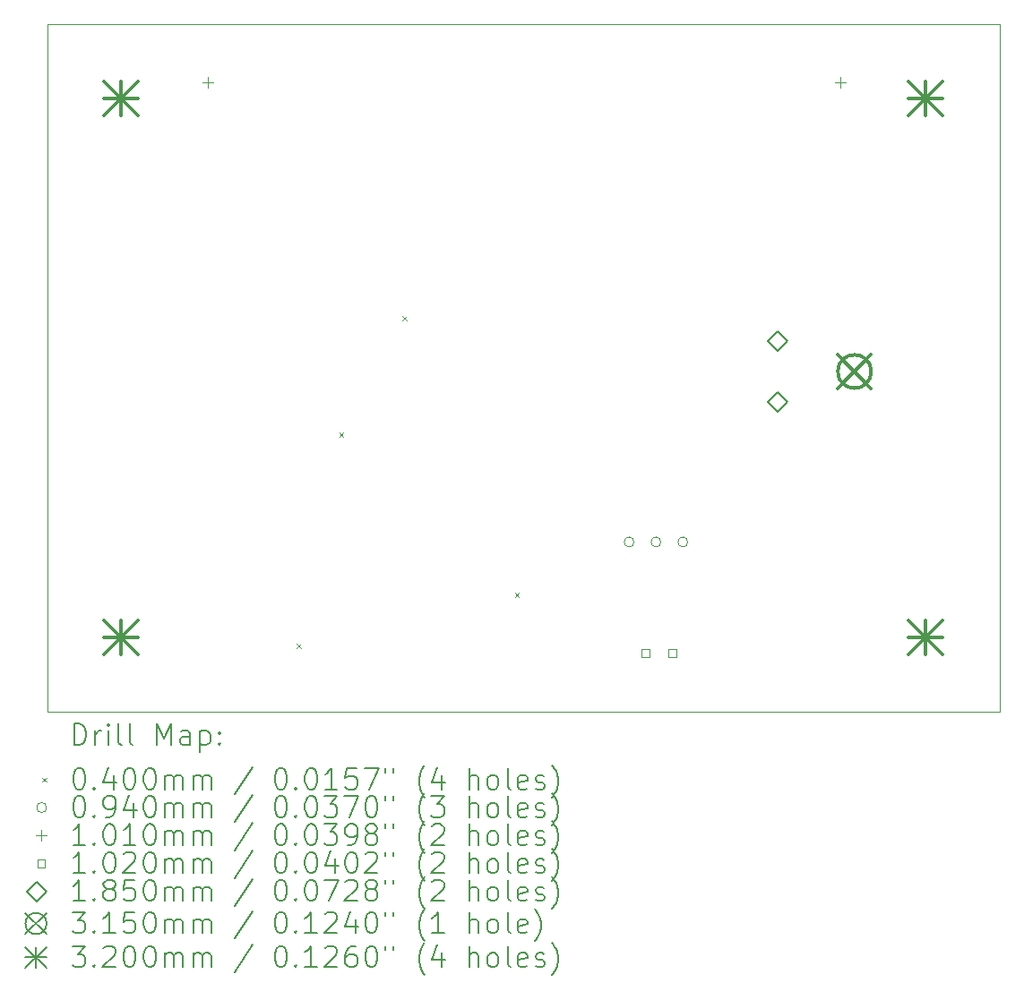
<source format=gbr>
%TF.GenerationSoftware,KiCad,Pcbnew,8.0.2*%
%TF.CreationDate,2024-06-17T10:47:09+02:00*%
%TF.ProjectId,Indicator_voltage,496e6469-6361-4746-9f72-5f766f6c7461,rev?*%
%TF.SameCoordinates,Original*%
%TF.FileFunction,Drillmap*%
%TF.FilePolarity,Positive*%
%FSLAX45Y45*%
G04 Gerber Fmt 4.5, Leading zero omitted, Abs format (unit mm)*
G04 Created by KiCad (PCBNEW 8.0.2) date 2024-06-17 10:47:09*
%MOMM*%
%LPD*%
G01*
G04 APERTURE LIST*
%ADD10C,0.100000*%
%ADD11C,0.200000*%
%ADD12C,0.101000*%
%ADD13C,0.102000*%
%ADD14C,0.185000*%
%ADD15C,0.315000*%
%ADD16C,0.320000*%
G04 APERTURE END LIST*
D10*
X3500000Y-4500000D02*
X12500000Y-4500000D01*
X12500000Y-11000000D01*
X3500000Y-11000000D01*
X3500000Y-4500000D01*
D11*
D10*
X5860000Y-10360000D02*
X5900000Y-10400000D01*
X5900000Y-10360000D02*
X5860000Y-10400000D01*
X6260000Y-8360000D02*
X6300000Y-8400000D01*
X6300000Y-8360000D02*
X6260000Y-8400000D01*
X6860000Y-7260000D02*
X6900000Y-7300000D01*
X6900000Y-7260000D02*
X6860000Y-7300000D01*
X7920000Y-9880000D02*
X7960000Y-9920000D01*
X7960000Y-9880000D02*
X7920000Y-9920000D01*
X9046850Y-9397600D02*
G75*
G02*
X8952850Y-9397600I-47000J0D01*
G01*
X8952850Y-9397600D02*
G75*
G02*
X9046850Y-9397600I47000J0D01*
G01*
X9300850Y-9397600D02*
G75*
G02*
X9206850Y-9397600I-47000J0D01*
G01*
X9206850Y-9397600D02*
G75*
G02*
X9300850Y-9397600I47000J0D01*
G01*
X9554850Y-9397600D02*
G75*
G02*
X9460850Y-9397600I-47000J0D01*
G01*
X9460850Y-9397600D02*
G75*
G02*
X9554850Y-9397600I47000J0D01*
G01*
D12*
X5016000Y-4999500D02*
X5016000Y-5100500D01*
X4965500Y-5050000D02*
X5066500Y-5050000D01*
X11000000Y-4999500D02*
X11000000Y-5100500D01*
X10949500Y-5050000D02*
X11050500Y-5050000D01*
D13*
X9192063Y-10486063D02*
X9192063Y-10413937D01*
X9119937Y-10413937D01*
X9119937Y-10486063D01*
X9192063Y-10486063D01*
X9446063Y-10486063D02*
X9446063Y-10413937D01*
X9373937Y-10413937D01*
X9373937Y-10486063D01*
X9446063Y-10486063D01*
D14*
X10400000Y-7592500D02*
X10492500Y-7500000D01*
X10400000Y-7407500D01*
X10307500Y-7500000D01*
X10400000Y-7592500D01*
X10400000Y-8162500D02*
X10492500Y-8070000D01*
X10400000Y-7977500D01*
X10307500Y-8070000D01*
X10400000Y-8162500D01*
D15*
X10972500Y-7627500D02*
X11287500Y-7942500D01*
X11287500Y-7627500D02*
X10972500Y-7942500D01*
X11287500Y-7785000D02*
G75*
G02*
X10972500Y-7785000I-157500J0D01*
G01*
X10972500Y-7785000D02*
G75*
G02*
X11287500Y-7785000I157500J0D01*
G01*
D16*
X4040000Y-5040000D02*
X4360000Y-5360000D01*
X4360000Y-5040000D02*
X4040000Y-5360000D01*
X4200000Y-5040000D02*
X4200000Y-5360000D01*
X4040000Y-5200000D02*
X4360000Y-5200000D01*
X4040000Y-10140000D02*
X4360000Y-10460000D01*
X4360000Y-10140000D02*
X4040000Y-10460000D01*
X4200000Y-10140000D02*
X4200000Y-10460000D01*
X4040000Y-10300000D02*
X4360000Y-10300000D01*
X11640000Y-5040000D02*
X11960000Y-5360000D01*
X11960000Y-5040000D02*
X11640000Y-5360000D01*
X11800000Y-5040000D02*
X11800000Y-5360000D01*
X11640000Y-5200000D02*
X11960000Y-5200000D01*
X11640000Y-10140000D02*
X11960000Y-10460000D01*
X11960000Y-10140000D02*
X11640000Y-10460000D01*
X11800000Y-10140000D02*
X11800000Y-10460000D01*
X11640000Y-10300000D02*
X11960000Y-10300000D01*
D11*
X3755777Y-11316484D02*
X3755777Y-11116484D01*
X3755777Y-11116484D02*
X3803396Y-11116484D01*
X3803396Y-11116484D02*
X3831967Y-11126008D01*
X3831967Y-11126008D02*
X3851015Y-11145055D01*
X3851015Y-11145055D02*
X3860539Y-11164103D01*
X3860539Y-11164103D02*
X3870062Y-11202198D01*
X3870062Y-11202198D02*
X3870062Y-11230769D01*
X3870062Y-11230769D02*
X3860539Y-11268865D01*
X3860539Y-11268865D02*
X3851015Y-11287912D01*
X3851015Y-11287912D02*
X3831967Y-11306960D01*
X3831967Y-11306960D02*
X3803396Y-11316484D01*
X3803396Y-11316484D02*
X3755777Y-11316484D01*
X3955777Y-11316484D02*
X3955777Y-11183150D01*
X3955777Y-11221246D02*
X3965301Y-11202198D01*
X3965301Y-11202198D02*
X3974824Y-11192674D01*
X3974824Y-11192674D02*
X3993872Y-11183150D01*
X3993872Y-11183150D02*
X4012920Y-11183150D01*
X4079586Y-11316484D02*
X4079586Y-11183150D01*
X4079586Y-11116484D02*
X4070062Y-11126008D01*
X4070062Y-11126008D02*
X4079586Y-11135531D01*
X4079586Y-11135531D02*
X4089110Y-11126008D01*
X4089110Y-11126008D02*
X4079586Y-11116484D01*
X4079586Y-11116484D02*
X4079586Y-11135531D01*
X4203396Y-11316484D02*
X4184348Y-11306960D01*
X4184348Y-11306960D02*
X4174824Y-11287912D01*
X4174824Y-11287912D02*
X4174824Y-11116484D01*
X4308158Y-11316484D02*
X4289110Y-11306960D01*
X4289110Y-11306960D02*
X4279586Y-11287912D01*
X4279586Y-11287912D02*
X4279586Y-11116484D01*
X4536729Y-11316484D02*
X4536729Y-11116484D01*
X4536729Y-11116484D02*
X4603396Y-11259341D01*
X4603396Y-11259341D02*
X4670063Y-11116484D01*
X4670063Y-11116484D02*
X4670063Y-11316484D01*
X4851015Y-11316484D02*
X4851015Y-11211722D01*
X4851015Y-11211722D02*
X4841491Y-11192674D01*
X4841491Y-11192674D02*
X4822444Y-11183150D01*
X4822444Y-11183150D02*
X4784348Y-11183150D01*
X4784348Y-11183150D02*
X4765301Y-11192674D01*
X4851015Y-11306960D02*
X4831967Y-11316484D01*
X4831967Y-11316484D02*
X4784348Y-11316484D01*
X4784348Y-11316484D02*
X4765301Y-11306960D01*
X4765301Y-11306960D02*
X4755777Y-11287912D01*
X4755777Y-11287912D02*
X4755777Y-11268865D01*
X4755777Y-11268865D02*
X4765301Y-11249817D01*
X4765301Y-11249817D02*
X4784348Y-11240293D01*
X4784348Y-11240293D02*
X4831967Y-11240293D01*
X4831967Y-11240293D02*
X4851015Y-11230769D01*
X4946253Y-11183150D02*
X4946253Y-11383150D01*
X4946253Y-11192674D02*
X4965301Y-11183150D01*
X4965301Y-11183150D02*
X5003396Y-11183150D01*
X5003396Y-11183150D02*
X5022444Y-11192674D01*
X5022444Y-11192674D02*
X5031967Y-11202198D01*
X5031967Y-11202198D02*
X5041491Y-11221246D01*
X5041491Y-11221246D02*
X5041491Y-11278388D01*
X5041491Y-11278388D02*
X5031967Y-11297436D01*
X5031967Y-11297436D02*
X5022444Y-11306960D01*
X5022444Y-11306960D02*
X5003396Y-11316484D01*
X5003396Y-11316484D02*
X4965301Y-11316484D01*
X4965301Y-11316484D02*
X4946253Y-11306960D01*
X5127205Y-11297436D02*
X5136729Y-11306960D01*
X5136729Y-11306960D02*
X5127205Y-11316484D01*
X5127205Y-11316484D02*
X5117682Y-11306960D01*
X5117682Y-11306960D02*
X5127205Y-11297436D01*
X5127205Y-11297436D02*
X5127205Y-11316484D01*
X5127205Y-11192674D02*
X5136729Y-11202198D01*
X5136729Y-11202198D02*
X5127205Y-11211722D01*
X5127205Y-11211722D02*
X5117682Y-11202198D01*
X5117682Y-11202198D02*
X5127205Y-11192674D01*
X5127205Y-11192674D02*
X5127205Y-11211722D01*
D10*
X3455000Y-11625000D02*
X3495000Y-11665000D01*
X3495000Y-11625000D02*
X3455000Y-11665000D01*
D11*
X3793872Y-11536484D02*
X3812920Y-11536484D01*
X3812920Y-11536484D02*
X3831967Y-11546008D01*
X3831967Y-11546008D02*
X3841491Y-11555531D01*
X3841491Y-11555531D02*
X3851015Y-11574579D01*
X3851015Y-11574579D02*
X3860539Y-11612674D01*
X3860539Y-11612674D02*
X3860539Y-11660293D01*
X3860539Y-11660293D02*
X3851015Y-11698388D01*
X3851015Y-11698388D02*
X3841491Y-11717436D01*
X3841491Y-11717436D02*
X3831967Y-11726960D01*
X3831967Y-11726960D02*
X3812920Y-11736484D01*
X3812920Y-11736484D02*
X3793872Y-11736484D01*
X3793872Y-11736484D02*
X3774824Y-11726960D01*
X3774824Y-11726960D02*
X3765301Y-11717436D01*
X3765301Y-11717436D02*
X3755777Y-11698388D01*
X3755777Y-11698388D02*
X3746253Y-11660293D01*
X3746253Y-11660293D02*
X3746253Y-11612674D01*
X3746253Y-11612674D02*
X3755777Y-11574579D01*
X3755777Y-11574579D02*
X3765301Y-11555531D01*
X3765301Y-11555531D02*
X3774824Y-11546008D01*
X3774824Y-11546008D02*
X3793872Y-11536484D01*
X3946253Y-11717436D02*
X3955777Y-11726960D01*
X3955777Y-11726960D02*
X3946253Y-11736484D01*
X3946253Y-11736484D02*
X3936729Y-11726960D01*
X3936729Y-11726960D02*
X3946253Y-11717436D01*
X3946253Y-11717436D02*
X3946253Y-11736484D01*
X4127205Y-11603150D02*
X4127205Y-11736484D01*
X4079586Y-11526960D02*
X4031967Y-11669817D01*
X4031967Y-11669817D02*
X4155777Y-11669817D01*
X4270063Y-11536484D02*
X4289110Y-11536484D01*
X4289110Y-11536484D02*
X4308158Y-11546008D01*
X4308158Y-11546008D02*
X4317682Y-11555531D01*
X4317682Y-11555531D02*
X4327205Y-11574579D01*
X4327205Y-11574579D02*
X4336729Y-11612674D01*
X4336729Y-11612674D02*
X4336729Y-11660293D01*
X4336729Y-11660293D02*
X4327205Y-11698388D01*
X4327205Y-11698388D02*
X4317682Y-11717436D01*
X4317682Y-11717436D02*
X4308158Y-11726960D01*
X4308158Y-11726960D02*
X4289110Y-11736484D01*
X4289110Y-11736484D02*
X4270063Y-11736484D01*
X4270063Y-11736484D02*
X4251015Y-11726960D01*
X4251015Y-11726960D02*
X4241491Y-11717436D01*
X4241491Y-11717436D02*
X4231967Y-11698388D01*
X4231967Y-11698388D02*
X4222444Y-11660293D01*
X4222444Y-11660293D02*
X4222444Y-11612674D01*
X4222444Y-11612674D02*
X4231967Y-11574579D01*
X4231967Y-11574579D02*
X4241491Y-11555531D01*
X4241491Y-11555531D02*
X4251015Y-11546008D01*
X4251015Y-11546008D02*
X4270063Y-11536484D01*
X4460539Y-11536484D02*
X4479586Y-11536484D01*
X4479586Y-11536484D02*
X4498634Y-11546008D01*
X4498634Y-11546008D02*
X4508158Y-11555531D01*
X4508158Y-11555531D02*
X4517682Y-11574579D01*
X4517682Y-11574579D02*
X4527205Y-11612674D01*
X4527205Y-11612674D02*
X4527205Y-11660293D01*
X4527205Y-11660293D02*
X4517682Y-11698388D01*
X4517682Y-11698388D02*
X4508158Y-11717436D01*
X4508158Y-11717436D02*
X4498634Y-11726960D01*
X4498634Y-11726960D02*
X4479586Y-11736484D01*
X4479586Y-11736484D02*
X4460539Y-11736484D01*
X4460539Y-11736484D02*
X4441491Y-11726960D01*
X4441491Y-11726960D02*
X4431967Y-11717436D01*
X4431967Y-11717436D02*
X4422444Y-11698388D01*
X4422444Y-11698388D02*
X4412920Y-11660293D01*
X4412920Y-11660293D02*
X4412920Y-11612674D01*
X4412920Y-11612674D02*
X4422444Y-11574579D01*
X4422444Y-11574579D02*
X4431967Y-11555531D01*
X4431967Y-11555531D02*
X4441491Y-11546008D01*
X4441491Y-11546008D02*
X4460539Y-11536484D01*
X4612920Y-11736484D02*
X4612920Y-11603150D01*
X4612920Y-11622198D02*
X4622444Y-11612674D01*
X4622444Y-11612674D02*
X4641491Y-11603150D01*
X4641491Y-11603150D02*
X4670063Y-11603150D01*
X4670063Y-11603150D02*
X4689110Y-11612674D01*
X4689110Y-11612674D02*
X4698634Y-11631722D01*
X4698634Y-11631722D02*
X4698634Y-11736484D01*
X4698634Y-11631722D02*
X4708158Y-11612674D01*
X4708158Y-11612674D02*
X4727205Y-11603150D01*
X4727205Y-11603150D02*
X4755777Y-11603150D01*
X4755777Y-11603150D02*
X4774825Y-11612674D01*
X4774825Y-11612674D02*
X4784348Y-11631722D01*
X4784348Y-11631722D02*
X4784348Y-11736484D01*
X4879586Y-11736484D02*
X4879586Y-11603150D01*
X4879586Y-11622198D02*
X4889110Y-11612674D01*
X4889110Y-11612674D02*
X4908158Y-11603150D01*
X4908158Y-11603150D02*
X4936729Y-11603150D01*
X4936729Y-11603150D02*
X4955777Y-11612674D01*
X4955777Y-11612674D02*
X4965301Y-11631722D01*
X4965301Y-11631722D02*
X4965301Y-11736484D01*
X4965301Y-11631722D02*
X4974825Y-11612674D01*
X4974825Y-11612674D02*
X4993872Y-11603150D01*
X4993872Y-11603150D02*
X5022444Y-11603150D01*
X5022444Y-11603150D02*
X5041491Y-11612674D01*
X5041491Y-11612674D02*
X5051015Y-11631722D01*
X5051015Y-11631722D02*
X5051015Y-11736484D01*
X5441491Y-11526960D02*
X5270063Y-11784103D01*
X5698634Y-11536484D02*
X5717682Y-11536484D01*
X5717682Y-11536484D02*
X5736729Y-11546008D01*
X5736729Y-11546008D02*
X5746253Y-11555531D01*
X5746253Y-11555531D02*
X5755777Y-11574579D01*
X5755777Y-11574579D02*
X5765301Y-11612674D01*
X5765301Y-11612674D02*
X5765301Y-11660293D01*
X5765301Y-11660293D02*
X5755777Y-11698388D01*
X5755777Y-11698388D02*
X5746253Y-11717436D01*
X5746253Y-11717436D02*
X5736729Y-11726960D01*
X5736729Y-11726960D02*
X5717682Y-11736484D01*
X5717682Y-11736484D02*
X5698634Y-11736484D01*
X5698634Y-11736484D02*
X5679586Y-11726960D01*
X5679586Y-11726960D02*
X5670063Y-11717436D01*
X5670063Y-11717436D02*
X5660539Y-11698388D01*
X5660539Y-11698388D02*
X5651015Y-11660293D01*
X5651015Y-11660293D02*
X5651015Y-11612674D01*
X5651015Y-11612674D02*
X5660539Y-11574579D01*
X5660539Y-11574579D02*
X5670063Y-11555531D01*
X5670063Y-11555531D02*
X5679586Y-11546008D01*
X5679586Y-11546008D02*
X5698634Y-11536484D01*
X5851015Y-11717436D02*
X5860539Y-11726960D01*
X5860539Y-11726960D02*
X5851015Y-11736484D01*
X5851015Y-11736484D02*
X5841491Y-11726960D01*
X5841491Y-11726960D02*
X5851015Y-11717436D01*
X5851015Y-11717436D02*
X5851015Y-11736484D01*
X5984348Y-11536484D02*
X6003396Y-11536484D01*
X6003396Y-11536484D02*
X6022444Y-11546008D01*
X6022444Y-11546008D02*
X6031967Y-11555531D01*
X6031967Y-11555531D02*
X6041491Y-11574579D01*
X6041491Y-11574579D02*
X6051015Y-11612674D01*
X6051015Y-11612674D02*
X6051015Y-11660293D01*
X6051015Y-11660293D02*
X6041491Y-11698388D01*
X6041491Y-11698388D02*
X6031967Y-11717436D01*
X6031967Y-11717436D02*
X6022444Y-11726960D01*
X6022444Y-11726960D02*
X6003396Y-11736484D01*
X6003396Y-11736484D02*
X5984348Y-11736484D01*
X5984348Y-11736484D02*
X5965301Y-11726960D01*
X5965301Y-11726960D02*
X5955777Y-11717436D01*
X5955777Y-11717436D02*
X5946253Y-11698388D01*
X5946253Y-11698388D02*
X5936729Y-11660293D01*
X5936729Y-11660293D02*
X5936729Y-11612674D01*
X5936729Y-11612674D02*
X5946253Y-11574579D01*
X5946253Y-11574579D02*
X5955777Y-11555531D01*
X5955777Y-11555531D02*
X5965301Y-11546008D01*
X5965301Y-11546008D02*
X5984348Y-11536484D01*
X6241491Y-11736484D02*
X6127206Y-11736484D01*
X6184348Y-11736484D02*
X6184348Y-11536484D01*
X6184348Y-11536484D02*
X6165301Y-11565055D01*
X6165301Y-11565055D02*
X6146253Y-11584103D01*
X6146253Y-11584103D02*
X6127206Y-11593627D01*
X6422444Y-11536484D02*
X6327206Y-11536484D01*
X6327206Y-11536484D02*
X6317682Y-11631722D01*
X6317682Y-11631722D02*
X6327206Y-11622198D01*
X6327206Y-11622198D02*
X6346253Y-11612674D01*
X6346253Y-11612674D02*
X6393872Y-11612674D01*
X6393872Y-11612674D02*
X6412920Y-11622198D01*
X6412920Y-11622198D02*
X6422444Y-11631722D01*
X6422444Y-11631722D02*
X6431967Y-11650769D01*
X6431967Y-11650769D02*
X6431967Y-11698388D01*
X6431967Y-11698388D02*
X6422444Y-11717436D01*
X6422444Y-11717436D02*
X6412920Y-11726960D01*
X6412920Y-11726960D02*
X6393872Y-11736484D01*
X6393872Y-11736484D02*
X6346253Y-11736484D01*
X6346253Y-11736484D02*
X6327206Y-11726960D01*
X6327206Y-11726960D02*
X6317682Y-11717436D01*
X6498634Y-11536484D02*
X6631967Y-11536484D01*
X6631967Y-11536484D02*
X6546253Y-11736484D01*
X6698634Y-11536484D02*
X6698634Y-11574579D01*
X6774825Y-11536484D02*
X6774825Y-11574579D01*
X7070063Y-11812674D02*
X7060539Y-11803150D01*
X7060539Y-11803150D02*
X7041491Y-11774579D01*
X7041491Y-11774579D02*
X7031968Y-11755531D01*
X7031968Y-11755531D02*
X7022444Y-11726960D01*
X7022444Y-11726960D02*
X7012920Y-11679341D01*
X7012920Y-11679341D02*
X7012920Y-11641246D01*
X7012920Y-11641246D02*
X7022444Y-11593627D01*
X7022444Y-11593627D02*
X7031968Y-11565055D01*
X7031968Y-11565055D02*
X7041491Y-11546008D01*
X7041491Y-11546008D02*
X7060539Y-11517436D01*
X7060539Y-11517436D02*
X7070063Y-11507912D01*
X7231968Y-11603150D02*
X7231968Y-11736484D01*
X7184348Y-11526960D02*
X7136729Y-11669817D01*
X7136729Y-11669817D02*
X7260539Y-11669817D01*
X7489110Y-11736484D02*
X7489110Y-11536484D01*
X7574825Y-11736484D02*
X7574825Y-11631722D01*
X7574825Y-11631722D02*
X7565301Y-11612674D01*
X7565301Y-11612674D02*
X7546253Y-11603150D01*
X7546253Y-11603150D02*
X7517682Y-11603150D01*
X7517682Y-11603150D02*
X7498634Y-11612674D01*
X7498634Y-11612674D02*
X7489110Y-11622198D01*
X7698634Y-11736484D02*
X7679587Y-11726960D01*
X7679587Y-11726960D02*
X7670063Y-11717436D01*
X7670063Y-11717436D02*
X7660539Y-11698388D01*
X7660539Y-11698388D02*
X7660539Y-11641246D01*
X7660539Y-11641246D02*
X7670063Y-11622198D01*
X7670063Y-11622198D02*
X7679587Y-11612674D01*
X7679587Y-11612674D02*
X7698634Y-11603150D01*
X7698634Y-11603150D02*
X7727206Y-11603150D01*
X7727206Y-11603150D02*
X7746253Y-11612674D01*
X7746253Y-11612674D02*
X7755777Y-11622198D01*
X7755777Y-11622198D02*
X7765301Y-11641246D01*
X7765301Y-11641246D02*
X7765301Y-11698388D01*
X7765301Y-11698388D02*
X7755777Y-11717436D01*
X7755777Y-11717436D02*
X7746253Y-11726960D01*
X7746253Y-11726960D02*
X7727206Y-11736484D01*
X7727206Y-11736484D02*
X7698634Y-11736484D01*
X7879587Y-11736484D02*
X7860539Y-11726960D01*
X7860539Y-11726960D02*
X7851015Y-11707912D01*
X7851015Y-11707912D02*
X7851015Y-11536484D01*
X8031968Y-11726960D02*
X8012920Y-11736484D01*
X8012920Y-11736484D02*
X7974825Y-11736484D01*
X7974825Y-11736484D02*
X7955777Y-11726960D01*
X7955777Y-11726960D02*
X7946253Y-11707912D01*
X7946253Y-11707912D02*
X7946253Y-11631722D01*
X7946253Y-11631722D02*
X7955777Y-11612674D01*
X7955777Y-11612674D02*
X7974825Y-11603150D01*
X7974825Y-11603150D02*
X8012920Y-11603150D01*
X8012920Y-11603150D02*
X8031968Y-11612674D01*
X8031968Y-11612674D02*
X8041491Y-11631722D01*
X8041491Y-11631722D02*
X8041491Y-11650769D01*
X8041491Y-11650769D02*
X7946253Y-11669817D01*
X8117682Y-11726960D02*
X8136730Y-11736484D01*
X8136730Y-11736484D02*
X8174825Y-11736484D01*
X8174825Y-11736484D02*
X8193872Y-11726960D01*
X8193872Y-11726960D02*
X8203396Y-11707912D01*
X8203396Y-11707912D02*
X8203396Y-11698388D01*
X8203396Y-11698388D02*
X8193872Y-11679341D01*
X8193872Y-11679341D02*
X8174825Y-11669817D01*
X8174825Y-11669817D02*
X8146253Y-11669817D01*
X8146253Y-11669817D02*
X8127206Y-11660293D01*
X8127206Y-11660293D02*
X8117682Y-11641246D01*
X8117682Y-11641246D02*
X8117682Y-11631722D01*
X8117682Y-11631722D02*
X8127206Y-11612674D01*
X8127206Y-11612674D02*
X8146253Y-11603150D01*
X8146253Y-11603150D02*
X8174825Y-11603150D01*
X8174825Y-11603150D02*
X8193872Y-11612674D01*
X8270063Y-11812674D02*
X8279587Y-11803150D01*
X8279587Y-11803150D02*
X8298634Y-11774579D01*
X8298634Y-11774579D02*
X8308158Y-11755531D01*
X8308158Y-11755531D02*
X8317682Y-11726960D01*
X8317682Y-11726960D02*
X8327206Y-11679341D01*
X8327206Y-11679341D02*
X8327206Y-11641246D01*
X8327206Y-11641246D02*
X8317682Y-11593627D01*
X8317682Y-11593627D02*
X8308158Y-11565055D01*
X8308158Y-11565055D02*
X8298634Y-11546008D01*
X8298634Y-11546008D02*
X8279587Y-11517436D01*
X8279587Y-11517436D02*
X8270063Y-11507912D01*
D10*
X3495000Y-11909000D02*
G75*
G02*
X3401000Y-11909000I-47000J0D01*
G01*
X3401000Y-11909000D02*
G75*
G02*
X3495000Y-11909000I47000J0D01*
G01*
D11*
X3793872Y-11800484D02*
X3812920Y-11800484D01*
X3812920Y-11800484D02*
X3831967Y-11810008D01*
X3831967Y-11810008D02*
X3841491Y-11819531D01*
X3841491Y-11819531D02*
X3851015Y-11838579D01*
X3851015Y-11838579D02*
X3860539Y-11876674D01*
X3860539Y-11876674D02*
X3860539Y-11924293D01*
X3860539Y-11924293D02*
X3851015Y-11962388D01*
X3851015Y-11962388D02*
X3841491Y-11981436D01*
X3841491Y-11981436D02*
X3831967Y-11990960D01*
X3831967Y-11990960D02*
X3812920Y-12000484D01*
X3812920Y-12000484D02*
X3793872Y-12000484D01*
X3793872Y-12000484D02*
X3774824Y-11990960D01*
X3774824Y-11990960D02*
X3765301Y-11981436D01*
X3765301Y-11981436D02*
X3755777Y-11962388D01*
X3755777Y-11962388D02*
X3746253Y-11924293D01*
X3746253Y-11924293D02*
X3746253Y-11876674D01*
X3746253Y-11876674D02*
X3755777Y-11838579D01*
X3755777Y-11838579D02*
X3765301Y-11819531D01*
X3765301Y-11819531D02*
X3774824Y-11810008D01*
X3774824Y-11810008D02*
X3793872Y-11800484D01*
X3946253Y-11981436D02*
X3955777Y-11990960D01*
X3955777Y-11990960D02*
X3946253Y-12000484D01*
X3946253Y-12000484D02*
X3936729Y-11990960D01*
X3936729Y-11990960D02*
X3946253Y-11981436D01*
X3946253Y-11981436D02*
X3946253Y-12000484D01*
X4051015Y-12000484D02*
X4089110Y-12000484D01*
X4089110Y-12000484D02*
X4108158Y-11990960D01*
X4108158Y-11990960D02*
X4117682Y-11981436D01*
X4117682Y-11981436D02*
X4136729Y-11952865D01*
X4136729Y-11952865D02*
X4146253Y-11914769D01*
X4146253Y-11914769D02*
X4146253Y-11838579D01*
X4146253Y-11838579D02*
X4136729Y-11819531D01*
X4136729Y-11819531D02*
X4127205Y-11810008D01*
X4127205Y-11810008D02*
X4108158Y-11800484D01*
X4108158Y-11800484D02*
X4070062Y-11800484D01*
X4070062Y-11800484D02*
X4051015Y-11810008D01*
X4051015Y-11810008D02*
X4041491Y-11819531D01*
X4041491Y-11819531D02*
X4031967Y-11838579D01*
X4031967Y-11838579D02*
X4031967Y-11886198D01*
X4031967Y-11886198D02*
X4041491Y-11905246D01*
X4041491Y-11905246D02*
X4051015Y-11914769D01*
X4051015Y-11914769D02*
X4070062Y-11924293D01*
X4070062Y-11924293D02*
X4108158Y-11924293D01*
X4108158Y-11924293D02*
X4127205Y-11914769D01*
X4127205Y-11914769D02*
X4136729Y-11905246D01*
X4136729Y-11905246D02*
X4146253Y-11886198D01*
X4317682Y-11867150D02*
X4317682Y-12000484D01*
X4270063Y-11790960D02*
X4222444Y-11933817D01*
X4222444Y-11933817D02*
X4346253Y-11933817D01*
X4460539Y-11800484D02*
X4479586Y-11800484D01*
X4479586Y-11800484D02*
X4498634Y-11810008D01*
X4498634Y-11810008D02*
X4508158Y-11819531D01*
X4508158Y-11819531D02*
X4517682Y-11838579D01*
X4517682Y-11838579D02*
X4527205Y-11876674D01*
X4527205Y-11876674D02*
X4527205Y-11924293D01*
X4527205Y-11924293D02*
X4517682Y-11962388D01*
X4517682Y-11962388D02*
X4508158Y-11981436D01*
X4508158Y-11981436D02*
X4498634Y-11990960D01*
X4498634Y-11990960D02*
X4479586Y-12000484D01*
X4479586Y-12000484D02*
X4460539Y-12000484D01*
X4460539Y-12000484D02*
X4441491Y-11990960D01*
X4441491Y-11990960D02*
X4431967Y-11981436D01*
X4431967Y-11981436D02*
X4422444Y-11962388D01*
X4422444Y-11962388D02*
X4412920Y-11924293D01*
X4412920Y-11924293D02*
X4412920Y-11876674D01*
X4412920Y-11876674D02*
X4422444Y-11838579D01*
X4422444Y-11838579D02*
X4431967Y-11819531D01*
X4431967Y-11819531D02*
X4441491Y-11810008D01*
X4441491Y-11810008D02*
X4460539Y-11800484D01*
X4612920Y-12000484D02*
X4612920Y-11867150D01*
X4612920Y-11886198D02*
X4622444Y-11876674D01*
X4622444Y-11876674D02*
X4641491Y-11867150D01*
X4641491Y-11867150D02*
X4670063Y-11867150D01*
X4670063Y-11867150D02*
X4689110Y-11876674D01*
X4689110Y-11876674D02*
X4698634Y-11895722D01*
X4698634Y-11895722D02*
X4698634Y-12000484D01*
X4698634Y-11895722D02*
X4708158Y-11876674D01*
X4708158Y-11876674D02*
X4727205Y-11867150D01*
X4727205Y-11867150D02*
X4755777Y-11867150D01*
X4755777Y-11867150D02*
X4774825Y-11876674D01*
X4774825Y-11876674D02*
X4784348Y-11895722D01*
X4784348Y-11895722D02*
X4784348Y-12000484D01*
X4879586Y-12000484D02*
X4879586Y-11867150D01*
X4879586Y-11886198D02*
X4889110Y-11876674D01*
X4889110Y-11876674D02*
X4908158Y-11867150D01*
X4908158Y-11867150D02*
X4936729Y-11867150D01*
X4936729Y-11867150D02*
X4955777Y-11876674D01*
X4955777Y-11876674D02*
X4965301Y-11895722D01*
X4965301Y-11895722D02*
X4965301Y-12000484D01*
X4965301Y-11895722D02*
X4974825Y-11876674D01*
X4974825Y-11876674D02*
X4993872Y-11867150D01*
X4993872Y-11867150D02*
X5022444Y-11867150D01*
X5022444Y-11867150D02*
X5041491Y-11876674D01*
X5041491Y-11876674D02*
X5051015Y-11895722D01*
X5051015Y-11895722D02*
X5051015Y-12000484D01*
X5441491Y-11790960D02*
X5270063Y-12048103D01*
X5698634Y-11800484D02*
X5717682Y-11800484D01*
X5717682Y-11800484D02*
X5736729Y-11810008D01*
X5736729Y-11810008D02*
X5746253Y-11819531D01*
X5746253Y-11819531D02*
X5755777Y-11838579D01*
X5755777Y-11838579D02*
X5765301Y-11876674D01*
X5765301Y-11876674D02*
X5765301Y-11924293D01*
X5765301Y-11924293D02*
X5755777Y-11962388D01*
X5755777Y-11962388D02*
X5746253Y-11981436D01*
X5746253Y-11981436D02*
X5736729Y-11990960D01*
X5736729Y-11990960D02*
X5717682Y-12000484D01*
X5717682Y-12000484D02*
X5698634Y-12000484D01*
X5698634Y-12000484D02*
X5679586Y-11990960D01*
X5679586Y-11990960D02*
X5670063Y-11981436D01*
X5670063Y-11981436D02*
X5660539Y-11962388D01*
X5660539Y-11962388D02*
X5651015Y-11924293D01*
X5651015Y-11924293D02*
X5651015Y-11876674D01*
X5651015Y-11876674D02*
X5660539Y-11838579D01*
X5660539Y-11838579D02*
X5670063Y-11819531D01*
X5670063Y-11819531D02*
X5679586Y-11810008D01*
X5679586Y-11810008D02*
X5698634Y-11800484D01*
X5851015Y-11981436D02*
X5860539Y-11990960D01*
X5860539Y-11990960D02*
X5851015Y-12000484D01*
X5851015Y-12000484D02*
X5841491Y-11990960D01*
X5841491Y-11990960D02*
X5851015Y-11981436D01*
X5851015Y-11981436D02*
X5851015Y-12000484D01*
X5984348Y-11800484D02*
X6003396Y-11800484D01*
X6003396Y-11800484D02*
X6022444Y-11810008D01*
X6022444Y-11810008D02*
X6031967Y-11819531D01*
X6031967Y-11819531D02*
X6041491Y-11838579D01*
X6041491Y-11838579D02*
X6051015Y-11876674D01*
X6051015Y-11876674D02*
X6051015Y-11924293D01*
X6051015Y-11924293D02*
X6041491Y-11962388D01*
X6041491Y-11962388D02*
X6031967Y-11981436D01*
X6031967Y-11981436D02*
X6022444Y-11990960D01*
X6022444Y-11990960D02*
X6003396Y-12000484D01*
X6003396Y-12000484D02*
X5984348Y-12000484D01*
X5984348Y-12000484D02*
X5965301Y-11990960D01*
X5965301Y-11990960D02*
X5955777Y-11981436D01*
X5955777Y-11981436D02*
X5946253Y-11962388D01*
X5946253Y-11962388D02*
X5936729Y-11924293D01*
X5936729Y-11924293D02*
X5936729Y-11876674D01*
X5936729Y-11876674D02*
X5946253Y-11838579D01*
X5946253Y-11838579D02*
X5955777Y-11819531D01*
X5955777Y-11819531D02*
X5965301Y-11810008D01*
X5965301Y-11810008D02*
X5984348Y-11800484D01*
X6117682Y-11800484D02*
X6241491Y-11800484D01*
X6241491Y-11800484D02*
X6174825Y-11876674D01*
X6174825Y-11876674D02*
X6203396Y-11876674D01*
X6203396Y-11876674D02*
X6222444Y-11886198D01*
X6222444Y-11886198D02*
X6231967Y-11895722D01*
X6231967Y-11895722D02*
X6241491Y-11914769D01*
X6241491Y-11914769D02*
X6241491Y-11962388D01*
X6241491Y-11962388D02*
X6231967Y-11981436D01*
X6231967Y-11981436D02*
X6222444Y-11990960D01*
X6222444Y-11990960D02*
X6203396Y-12000484D01*
X6203396Y-12000484D02*
X6146253Y-12000484D01*
X6146253Y-12000484D02*
X6127206Y-11990960D01*
X6127206Y-11990960D02*
X6117682Y-11981436D01*
X6308158Y-11800484D02*
X6441491Y-11800484D01*
X6441491Y-11800484D02*
X6355777Y-12000484D01*
X6555777Y-11800484D02*
X6574825Y-11800484D01*
X6574825Y-11800484D02*
X6593872Y-11810008D01*
X6593872Y-11810008D02*
X6603396Y-11819531D01*
X6603396Y-11819531D02*
X6612920Y-11838579D01*
X6612920Y-11838579D02*
X6622444Y-11876674D01*
X6622444Y-11876674D02*
X6622444Y-11924293D01*
X6622444Y-11924293D02*
X6612920Y-11962388D01*
X6612920Y-11962388D02*
X6603396Y-11981436D01*
X6603396Y-11981436D02*
X6593872Y-11990960D01*
X6593872Y-11990960D02*
X6574825Y-12000484D01*
X6574825Y-12000484D02*
X6555777Y-12000484D01*
X6555777Y-12000484D02*
X6536729Y-11990960D01*
X6536729Y-11990960D02*
X6527206Y-11981436D01*
X6527206Y-11981436D02*
X6517682Y-11962388D01*
X6517682Y-11962388D02*
X6508158Y-11924293D01*
X6508158Y-11924293D02*
X6508158Y-11876674D01*
X6508158Y-11876674D02*
X6517682Y-11838579D01*
X6517682Y-11838579D02*
X6527206Y-11819531D01*
X6527206Y-11819531D02*
X6536729Y-11810008D01*
X6536729Y-11810008D02*
X6555777Y-11800484D01*
X6698634Y-11800484D02*
X6698634Y-11838579D01*
X6774825Y-11800484D02*
X6774825Y-11838579D01*
X7070063Y-12076674D02*
X7060539Y-12067150D01*
X7060539Y-12067150D02*
X7041491Y-12038579D01*
X7041491Y-12038579D02*
X7031968Y-12019531D01*
X7031968Y-12019531D02*
X7022444Y-11990960D01*
X7022444Y-11990960D02*
X7012920Y-11943341D01*
X7012920Y-11943341D02*
X7012920Y-11905246D01*
X7012920Y-11905246D02*
X7022444Y-11857627D01*
X7022444Y-11857627D02*
X7031968Y-11829055D01*
X7031968Y-11829055D02*
X7041491Y-11810008D01*
X7041491Y-11810008D02*
X7060539Y-11781436D01*
X7060539Y-11781436D02*
X7070063Y-11771912D01*
X7127206Y-11800484D02*
X7251015Y-11800484D01*
X7251015Y-11800484D02*
X7184348Y-11876674D01*
X7184348Y-11876674D02*
X7212920Y-11876674D01*
X7212920Y-11876674D02*
X7231968Y-11886198D01*
X7231968Y-11886198D02*
X7241491Y-11895722D01*
X7241491Y-11895722D02*
X7251015Y-11914769D01*
X7251015Y-11914769D02*
X7251015Y-11962388D01*
X7251015Y-11962388D02*
X7241491Y-11981436D01*
X7241491Y-11981436D02*
X7231968Y-11990960D01*
X7231968Y-11990960D02*
X7212920Y-12000484D01*
X7212920Y-12000484D02*
X7155777Y-12000484D01*
X7155777Y-12000484D02*
X7136729Y-11990960D01*
X7136729Y-11990960D02*
X7127206Y-11981436D01*
X7489110Y-12000484D02*
X7489110Y-11800484D01*
X7574825Y-12000484D02*
X7574825Y-11895722D01*
X7574825Y-11895722D02*
X7565301Y-11876674D01*
X7565301Y-11876674D02*
X7546253Y-11867150D01*
X7546253Y-11867150D02*
X7517682Y-11867150D01*
X7517682Y-11867150D02*
X7498634Y-11876674D01*
X7498634Y-11876674D02*
X7489110Y-11886198D01*
X7698634Y-12000484D02*
X7679587Y-11990960D01*
X7679587Y-11990960D02*
X7670063Y-11981436D01*
X7670063Y-11981436D02*
X7660539Y-11962388D01*
X7660539Y-11962388D02*
X7660539Y-11905246D01*
X7660539Y-11905246D02*
X7670063Y-11886198D01*
X7670063Y-11886198D02*
X7679587Y-11876674D01*
X7679587Y-11876674D02*
X7698634Y-11867150D01*
X7698634Y-11867150D02*
X7727206Y-11867150D01*
X7727206Y-11867150D02*
X7746253Y-11876674D01*
X7746253Y-11876674D02*
X7755777Y-11886198D01*
X7755777Y-11886198D02*
X7765301Y-11905246D01*
X7765301Y-11905246D02*
X7765301Y-11962388D01*
X7765301Y-11962388D02*
X7755777Y-11981436D01*
X7755777Y-11981436D02*
X7746253Y-11990960D01*
X7746253Y-11990960D02*
X7727206Y-12000484D01*
X7727206Y-12000484D02*
X7698634Y-12000484D01*
X7879587Y-12000484D02*
X7860539Y-11990960D01*
X7860539Y-11990960D02*
X7851015Y-11971912D01*
X7851015Y-11971912D02*
X7851015Y-11800484D01*
X8031968Y-11990960D02*
X8012920Y-12000484D01*
X8012920Y-12000484D02*
X7974825Y-12000484D01*
X7974825Y-12000484D02*
X7955777Y-11990960D01*
X7955777Y-11990960D02*
X7946253Y-11971912D01*
X7946253Y-11971912D02*
X7946253Y-11895722D01*
X7946253Y-11895722D02*
X7955777Y-11876674D01*
X7955777Y-11876674D02*
X7974825Y-11867150D01*
X7974825Y-11867150D02*
X8012920Y-11867150D01*
X8012920Y-11867150D02*
X8031968Y-11876674D01*
X8031968Y-11876674D02*
X8041491Y-11895722D01*
X8041491Y-11895722D02*
X8041491Y-11914769D01*
X8041491Y-11914769D02*
X7946253Y-11933817D01*
X8117682Y-11990960D02*
X8136730Y-12000484D01*
X8136730Y-12000484D02*
X8174825Y-12000484D01*
X8174825Y-12000484D02*
X8193872Y-11990960D01*
X8193872Y-11990960D02*
X8203396Y-11971912D01*
X8203396Y-11971912D02*
X8203396Y-11962388D01*
X8203396Y-11962388D02*
X8193872Y-11943341D01*
X8193872Y-11943341D02*
X8174825Y-11933817D01*
X8174825Y-11933817D02*
X8146253Y-11933817D01*
X8146253Y-11933817D02*
X8127206Y-11924293D01*
X8127206Y-11924293D02*
X8117682Y-11905246D01*
X8117682Y-11905246D02*
X8117682Y-11895722D01*
X8117682Y-11895722D02*
X8127206Y-11876674D01*
X8127206Y-11876674D02*
X8146253Y-11867150D01*
X8146253Y-11867150D02*
X8174825Y-11867150D01*
X8174825Y-11867150D02*
X8193872Y-11876674D01*
X8270063Y-12076674D02*
X8279587Y-12067150D01*
X8279587Y-12067150D02*
X8298634Y-12038579D01*
X8298634Y-12038579D02*
X8308158Y-12019531D01*
X8308158Y-12019531D02*
X8317682Y-11990960D01*
X8317682Y-11990960D02*
X8327206Y-11943341D01*
X8327206Y-11943341D02*
X8327206Y-11905246D01*
X8327206Y-11905246D02*
X8317682Y-11857627D01*
X8317682Y-11857627D02*
X8308158Y-11829055D01*
X8308158Y-11829055D02*
X8298634Y-11810008D01*
X8298634Y-11810008D02*
X8279587Y-11781436D01*
X8279587Y-11781436D02*
X8270063Y-11771912D01*
D12*
X3444500Y-12122500D02*
X3444500Y-12223500D01*
X3394000Y-12173000D02*
X3495000Y-12173000D01*
D11*
X3860539Y-12264484D02*
X3746253Y-12264484D01*
X3803396Y-12264484D02*
X3803396Y-12064484D01*
X3803396Y-12064484D02*
X3784348Y-12093055D01*
X3784348Y-12093055D02*
X3765301Y-12112103D01*
X3765301Y-12112103D02*
X3746253Y-12121627D01*
X3946253Y-12245436D02*
X3955777Y-12254960D01*
X3955777Y-12254960D02*
X3946253Y-12264484D01*
X3946253Y-12264484D02*
X3936729Y-12254960D01*
X3936729Y-12254960D02*
X3946253Y-12245436D01*
X3946253Y-12245436D02*
X3946253Y-12264484D01*
X4079586Y-12064484D02*
X4098634Y-12064484D01*
X4098634Y-12064484D02*
X4117682Y-12074008D01*
X4117682Y-12074008D02*
X4127205Y-12083531D01*
X4127205Y-12083531D02*
X4136729Y-12102579D01*
X4136729Y-12102579D02*
X4146253Y-12140674D01*
X4146253Y-12140674D02*
X4146253Y-12188293D01*
X4146253Y-12188293D02*
X4136729Y-12226388D01*
X4136729Y-12226388D02*
X4127205Y-12245436D01*
X4127205Y-12245436D02*
X4117682Y-12254960D01*
X4117682Y-12254960D02*
X4098634Y-12264484D01*
X4098634Y-12264484D02*
X4079586Y-12264484D01*
X4079586Y-12264484D02*
X4060539Y-12254960D01*
X4060539Y-12254960D02*
X4051015Y-12245436D01*
X4051015Y-12245436D02*
X4041491Y-12226388D01*
X4041491Y-12226388D02*
X4031967Y-12188293D01*
X4031967Y-12188293D02*
X4031967Y-12140674D01*
X4031967Y-12140674D02*
X4041491Y-12102579D01*
X4041491Y-12102579D02*
X4051015Y-12083531D01*
X4051015Y-12083531D02*
X4060539Y-12074008D01*
X4060539Y-12074008D02*
X4079586Y-12064484D01*
X4336729Y-12264484D02*
X4222444Y-12264484D01*
X4279586Y-12264484D02*
X4279586Y-12064484D01*
X4279586Y-12064484D02*
X4260539Y-12093055D01*
X4260539Y-12093055D02*
X4241491Y-12112103D01*
X4241491Y-12112103D02*
X4222444Y-12121627D01*
X4460539Y-12064484D02*
X4479586Y-12064484D01*
X4479586Y-12064484D02*
X4498634Y-12074008D01*
X4498634Y-12074008D02*
X4508158Y-12083531D01*
X4508158Y-12083531D02*
X4517682Y-12102579D01*
X4517682Y-12102579D02*
X4527205Y-12140674D01*
X4527205Y-12140674D02*
X4527205Y-12188293D01*
X4527205Y-12188293D02*
X4517682Y-12226388D01*
X4517682Y-12226388D02*
X4508158Y-12245436D01*
X4508158Y-12245436D02*
X4498634Y-12254960D01*
X4498634Y-12254960D02*
X4479586Y-12264484D01*
X4479586Y-12264484D02*
X4460539Y-12264484D01*
X4460539Y-12264484D02*
X4441491Y-12254960D01*
X4441491Y-12254960D02*
X4431967Y-12245436D01*
X4431967Y-12245436D02*
X4422444Y-12226388D01*
X4422444Y-12226388D02*
X4412920Y-12188293D01*
X4412920Y-12188293D02*
X4412920Y-12140674D01*
X4412920Y-12140674D02*
X4422444Y-12102579D01*
X4422444Y-12102579D02*
X4431967Y-12083531D01*
X4431967Y-12083531D02*
X4441491Y-12074008D01*
X4441491Y-12074008D02*
X4460539Y-12064484D01*
X4612920Y-12264484D02*
X4612920Y-12131150D01*
X4612920Y-12150198D02*
X4622444Y-12140674D01*
X4622444Y-12140674D02*
X4641491Y-12131150D01*
X4641491Y-12131150D02*
X4670063Y-12131150D01*
X4670063Y-12131150D02*
X4689110Y-12140674D01*
X4689110Y-12140674D02*
X4698634Y-12159722D01*
X4698634Y-12159722D02*
X4698634Y-12264484D01*
X4698634Y-12159722D02*
X4708158Y-12140674D01*
X4708158Y-12140674D02*
X4727205Y-12131150D01*
X4727205Y-12131150D02*
X4755777Y-12131150D01*
X4755777Y-12131150D02*
X4774825Y-12140674D01*
X4774825Y-12140674D02*
X4784348Y-12159722D01*
X4784348Y-12159722D02*
X4784348Y-12264484D01*
X4879586Y-12264484D02*
X4879586Y-12131150D01*
X4879586Y-12150198D02*
X4889110Y-12140674D01*
X4889110Y-12140674D02*
X4908158Y-12131150D01*
X4908158Y-12131150D02*
X4936729Y-12131150D01*
X4936729Y-12131150D02*
X4955777Y-12140674D01*
X4955777Y-12140674D02*
X4965301Y-12159722D01*
X4965301Y-12159722D02*
X4965301Y-12264484D01*
X4965301Y-12159722D02*
X4974825Y-12140674D01*
X4974825Y-12140674D02*
X4993872Y-12131150D01*
X4993872Y-12131150D02*
X5022444Y-12131150D01*
X5022444Y-12131150D02*
X5041491Y-12140674D01*
X5041491Y-12140674D02*
X5051015Y-12159722D01*
X5051015Y-12159722D02*
X5051015Y-12264484D01*
X5441491Y-12054960D02*
X5270063Y-12312103D01*
X5698634Y-12064484D02*
X5717682Y-12064484D01*
X5717682Y-12064484D02*
X5736729Y-12074008D01*
X5736729Y-12074008D02*
X5746253Y-12083531D01*
X5746253Y-12083531D02*
X5755777Y-12102579D01*
X5755777Y-12102579D02*
X5765301Y-12140674D01*
X5765301Y-12140674D02*
X5765301Y-12188293D01*
X5765301Y-12188293D02*
X5755777Y-12226388D01*
X5755777Y-12226388D02*
X5746253Y-12245436D01*
X5746253Y-12245436D02*
X5736729Y-12254960D01*
X5736729Y-12254960D02*
X5717682Y-12264484D01*
X5717682Y-12264484D02*
X5698634Y-12264484D01*
X5698634Y-12264484D02*
X5679586Y-12254960D01*
X5679586Y-12254960D02*
X5670063Y-12245436D01*
X5670063Y-12245436D02*
X5660539Y-12226388D01*
X5660539Y-12226388D02*
X5651015Y-12188293D01*
X5651015Y-12188293D02*
X5651015Y-12140674D01*
X5651015Y-12140674D02*
X5660539Y-12102579D01*
X5660539Y-12102579D02*
X5670063Y-12083531D01*
X5670063Y-12083531D02*
X5679586Y-12074008D01*
X5679586Y-12074008D02*
X5698634Y-12064484D01*
X5851015Y-12245436D02*
X5860539Y-12254960D01*
X5860539Y-12254960D02*
X5851015Y-12264484D01*
X5851015Y-12264484D02*
X5841491Y-12254960D01*
X5841491Y-12254960D02*
X5851015Y-12245436D01*
X5851015Y-12245436D02*
X5851015Y-12264484D01*
X5984348Y-12064484D02*
X6003396Y-12064484D01*
X6003396Y-12064484D02*
X6022444Y-12074008D01*
X6022444Y-12074008D02*
X6031967Y-12083531D01*
X6031967Y-12083531D02*
X6041491Y-12102579D01*
X6041491Y-12102579D02*
X6051015Y-12140674D01*
X6051015Y-12140674D02*
X6051015Y-12188293D01*
X6051015Y-12188293D02*
X6041491Y-12226388D01*
X6041491Y-12226388D02*
X6031967Y-12245436D01*
X6031967Y-12245436D02*
X6022444Y-12254960D01*
X6022444Y-12254960D02*
X6003396Y-12264484D01*
X6003396Y-12264484D02*
X5984348Y-12264484D01*
X5984348Y-12264484D02*
X5965301Y-12254960D01*
X5965301Y-12254960D02*
X5955777Y-12245436D01*
X5955777Y-12245436D02*
X5946253Y-12226388D01*
X5946253Y-12226388D02*
X5936729Y-12188293D01*
X5936729Y-12188293D02*
X5936729Y-12140674D01*
X5936729Y-12140674D02*
X5946253Y-12102579D01*
X5946253Y-12102579D02*
X5955777Y-12083531D01*
X5955777Y-12083531D02*
X5965301Y-12074008D01*
X5965301Y-12074008D02*
X5984348Y-12064484D01*
X6117682Y-12064484D02*
X6241491Y-12064484D01*
X6241491Y-12064484D02*
X6174825Y-12140674D01*
X6174825Y-12140674D02*
X6203396Y-12140674D01*
X6203396Y-12140674D02*
X6222444Y-12150198D01*
X6222444Y-12150198D02*
X6231967Y-12159722D01*
X6231967Y-12159722D02*
X6241491Y-12178769D01*
X6241491Y-12178769D02*
X6241491Y-12226388D01*
X6241491Y-12226388D02*
X6231967Y-12245436D01*
X6231967Y-12245436D02*
X6222444Y-12254960D01*
X6222444Y-12254960D02*
X6203396Y-12264484D01*
X6203396Y-12264484D02*
X6146253Y-12264484D01*
X6146253Y-12264484D02*
X6127206Y-12254960D01*
X6127206Y-12254960D02*
X6117682Y-12245436D01*
X6336729Y-12264484D02*
X6374825Y-12264484D01*
X6374825Y-12264484D02*
X6393872Y-12254960D01*
X6393872Y-12254960D02*
X6403396Y-12245436D01*
X6403396Y-12245436D02*
X6422444Y-12216865D01*
X6422444Y-12216865D02*
X6431967Y-12178769D01*
X6431967Y-12178769D02*
X6431967Y-12102579D01*
X6431967Y-12102579D02*
X6422444Y-12083531D01*
X6422444Y-12083531D02*
X6412920Y-12074008D01*
X6412920Y-12074008D02*
X6393872Y-12064484D01*
X6393872Y-12064484D02*
X6355777Y-12064484D01*
X6355777Y-12064484D02*
X6336729Y-12074008D01*
X6336729Y-12074008D02*
X6327206Y-12083531D01*
X6327206Y-12083531D02*
X6317682Y-12102579D01*
X6317682Y-12102579D02*
X6317682Y-12150198D01*
X6317682Y-12150198D02*
X6327206Y-12169246D01*
X6327206Y-12169246D02*
X6336729Y-12178769D01*
X6336729Y-12178769D02*
X6355777Y-12188293D01*
X6355777Y-12188293D02*
X6393872Y-12188293D01*
X6393872Y-12188293D02*
X6412920Y-12178769D01*
X6412920Y-12178769D02*
X6422444Y-12169246D01*
X6422444Y-12169246D02*
X6431967Y-12150198D01*
X6546253Y-12150198D02*
X6527206Y-12140674D01*
X6527206Y-12140674D02*
X6517682Y-12131150D01*
X6517682Y-12131150D02*
X6508158Y-12112103D01*
X6508158Y-12112103D02*
X6508158Y-12102579D01*
X6508158Y-12102579D02*
X6517682Y-12083531D01*
X6517682Y-12083531D02*
X6527206Y-12074008D01*
X6527206Y-12074008D02*
X6546253Y-12064484D01*
X6546253Y-12064484D02*
X6584348Y-12064484D01*
X6584348Y-12064484D02*
X6603396Y-12074008D01*
X6603396Y-12074008D02*
X6612920Y-12083531D01*
X6612920Y-12083531D02*
X6622444Y-12102579D01*
X6622444Y-12102579D02*
X6622444Y-12112103D01*
X6622444Y-12112103D02*
X6612920Y-12131150D01*
X6612920Y-12131150D02*
X6603396Y-12140674D01*
X6603396Y-12140674D02*
X6584348Y-12150198D01*
X6584348Y-12150198D02*
X6546253Y-12150198D01*
X6546253Y-12150198D02*
X6527206Y-12159722D01*
X6527206Y-12159722D02*
X6517682Y-12169246D01*
X6517682Y-12169246D02*
X6508158Y-12188293D01*
X6508158Y-12188293D02*
X6508158Y-12226388D01*
X6508158Y-12226388D02*
X6517682Y-12245436D01*
X6517682Y-12245436D02*
X6527206Y-12254960D01*
X6527206Y-12254960D02*
X6546253Y-12264484D01*
X6546253Y-12264484D02*
X6584348Y-12264484D01*
X6584348Y-12264484D02*
X6603396Y-12254960D01*
X6603396Y-12254960D02*
X6612920Y-12245436D01*
X6612920Y-12245436D02*
X6622444Y-12226388D01*
X6622444Y-12226388D02*
X6622444Y-12188293D01*
X6622444Y-12188293D02*
X6612920Y-12169246D01*
X6612920Y-12169246D02*
X6603396Y-12159722D01*
X6603396Y-12159722D02*
X6584348Y-12150198D01*
X6698634Y-12064484D02*
X6698634Y-12102579D01*
X6774825Y-12064484D02*
X6774825Y-12102579D01*
X7070063Y-12340674D02*
X7060539Y-12331150D01*
X7060539Y-12331150D02*
X7041491Y-12302579D01*
X7041491Y-12302579D02*
X7031968Y-12283531D01*
X7031968Y-12283531D02*
X7022444Y-12254960D01*
X7022444Y-12254960D02*
X7012920Y-12207341D01*
X7012920Y-12207341D02*
X7012920Y-12169246D01*
X7012920Y-12169246D02*
X7022444Y-12121627D01*
X7022444Y-12121627D02*
X7031968Y-12093055D01*
X7031968Y-12093055D02*
X7041491Y-12074008D01*
X7041491Y-12074008D02*
X7060539Y-12045436D01*
X7060539Y-12045436D02*
X7070063Y-12035912D01*
X7136729Y-12083531D02*
X7146253Y-12074008D01*
X7146253Y-12074008D02*
X7165301Y-12064484D01*
X7165301Y-12064484D02*
X7212920Y-12064484D01*
X7212920Y-12064484D02*
X7231968Y-12074008D01*
X7231968Y-12074008D02*
X7241491Y-12083531D01*
X7241491Y-12083531D02*
X7251015Y-12102579D01*
X7251015Y-12102579D02*
X7251015Y-12121627D01*
X7251015Y-12121627D02*
X7241491Y-12150198D01*
X7241491Y-12150198D02*
X7127206Y-12264484D01*
X7127206Y-12264484D02*
X7251015Y-12264484D01*
X7489110Y-12264484D02*
X7489110Y-12064484D01*
X7574825Y-12264484D02*
X7574825Y-12159722D01*
X7574825Y-12159722D02*
X7565301Y-12140674D01*
X7565301Y-12140674D02*
X7546253Y-12131150D01*
X7546253Y-12131150D02*
X7517682Y-12131150D01*
X7517682Y-12131150D02*
X7498634Y-12140674D01*
X7498634Y-12140674D02*
X7489110Y-12150198D01*
X7698634Y-12264484D02*
X7679587Y-12254960D01*
X7679587Y-12254960D02*
X7670063Y-12245436D01*
X7670063Y-12245436D02*
X7660539Y-12226388D01*
X7660539Y-12226388D02*
X7660539Y-12169246D01*
X7660539Y-12169246D02*
X7670063Y-12150198D01*
X7670063Y-12150198D02*
X7679587Y-12140674D01*
X7679587Y-12140674D02*
X7698634Y-12131150D01*
X7698634Y-12131150D02*
X7727206Y-12131150D01*
X7727206Y-12131150D02*
X7746253Y-12140674D01*
X7746253Y-12140674D02*
X7755777Y-12150198D01*
X7755777Y-12150198D02*
X7765301Y-12169246D01*
X7765301Y-12169246D02*
X7765301Y-12226388D01*
X7765301Y-12226388D02*
X7755777Y-12245436D01*
X7755777Y-12245436D02*
X7746253Y-12254960D01*
X7746253Y-12254960D02*
X7727206Y-12264484D01*
X7727206Y-12264484D02*
X7698634Y-12264484D01*
X7879587Y-12264484D02*
X7860539Y-12254960D01*
X7860539Y-12254960D02*
X7851015Y-12235912D01*
X7851015Y-12235912D02*
X7851015Y-12064484D01*
X8031968Y-12254960D02*
X8012920Y-12264484D01*
X8012920Y-12264484D02*
X7974825Y-12264484D01*
X7974825Y-12264484D02*
X7955777Y-12254960D01*
X7955777Y-12254960D02*
X7946253Y-12235912D01*
X7946253Y-12235912D02*
X7946253Y-12159722D01*
X7946253Y-12159722D02*
X7955777Y-12140674D01*
X7955777Y-12140674D02*
X7974825Y-12131150D01*
X7974825Y-12131150D02*
X8012920Y-12131150D01*
X8012920Y-12131150D02*
X8031968Y-12140674D01*
X8031968Y-12140674D02*
X8041491Y-12159722D01*
X8041491Y-12159722D02*
X8041491Y-12178769D01*
X8041491Y-12178769D02*
X7946253Y-12197817D01*
X8117682Y-12254960D02*
X8136730Y-12264484D01*
X8136730Y-12264484D02*
X8174825Y-12264484D01*
X8174825Y-12264484D02*
X8193872Y-12254960D01*
X8193872Y-12254960D02*
X8203396Y-12235912D01*
X8203396Y-12235912D02*
X8203396Y-12226388D01*
X8203396Y-12226388D02*
X8193872Y-12207341D01*
X8193872Y-12207341D02*
X8174825Y-12197817D01*
X8174825Y-12197817D02*
X8146253Y-12197817D01*
X8146253Y-12197817D02*
X8127206Y-12188293D01*
X8127206Y-12188293D02*
X8117682Y-12169246D01*
X8117682Y-12169246D02*
X8117682Y-12159722D01*
X8117682Y-12159722D02*
X8127206Y-12140674D01*
X8127206Y-12140674D02*
X8146253Y-12131150D01*
X8146253Y-12131150D02*
X8174825Y-12131150D01*
X8174825Y-12131150D02*
X8193872Y-12140674D01*
X8270063Y-12340674D02*
X8279587Y-12331150D01*
X8279587Y-12331150D02*
X8298634Y-12302579D01*
X8298634Y-12302579D02*
X8308158Y-12283531D01*
X8308158Y-12283531D02*
X8317682Y-12254960D01*
X8317682Y-12254960D02*
X8327206Y-12207341D01*
X8327206Y-12207341D02*
X8327206Y-12169246D01*
X8327206Y-12169246D02*
X8317682Y-12121627D01*
X8317682Y-12121627D02*
X8308158Y-12093055D01*
X8308158Y-12093055D02*
X8298634Y-12074008D01*
X8298634Y-12074008D02*
X8279587Y-12045436D01*
X8279587Y-12045436D02*
X8270063Y-12035912D01*
D13*
X3480063Y-12473063D02*
X3480063Y-12400937D01*
X3407937Y-12400937D01*
X3407937Y-12473063D01*
X3480063Y-12473063D01*
D11*
X3860539Y-12528484D02*
X3746253Y-12528484D01*
X3803396Y-12528484D02*
X3803396Y-12328484D01*
X3803396Y-12328484D02*
X3784348Y-12357055D01*
X3784348Y-12357055D02*
X3765301Y-12376103D01*
X3765301Y-12376103D02*
X3746253Y-12385627D01*
X3946253Y-12509436D02*
X3955777Y-12518960D01*
X3955777Y-12518960D02*
X3946253Y-12528484D01*
X3946253Y-12528484D02*
X3936729Y-12518960D01*
X3936729Y-12518960D02*
X3946253Y-12509436D01*
X3946253Y-12509436D02*
X3946253Y-12528484D01*
X4079586Y-12328484D02*
X4098634Y-12328484D01*
X4098634Y-12328484D02*
X4117682Y-12338008D01*
X4117682Y-12338008D02*
X4127205Y-12347531D01*
X4127205Y-12347531D02*
X4136729Y-12366579D01*
X4136729Y-12366579D02*
X4146253Y-12404674D01*
X4146253Y-12404674D02*
X4146253Y-12452293D01*
X4146253Y-12452293D02*
X4136729Y-12490388D01*
X4136729Y-12490388D02*
X4127205Y-12509436D01*
X4127205Y-12509436D02*
X4117682Y-12518960D01*
X4117682Y-12518960D02*
X4098634Y-12528484D01*
X4098634Y-12528484D02*
X4079586Y-12528484D01*
X4079586Y-12528484D02*
X4060539Y-12518960D01*
X4060539Y-12518960D02*
X4051015Y-12509436D01*
X4051015Y-12509436D02*
X4041491Y-12490388D01*
X4041491Y-12490388D02*
X4031967Y-12452293D01*
X4031967Y-12452293D02*
X4031967Y-12404674D01*
X4031967Y-12404674D02*
X4041491Y-12366579D01*
X4041491Y-12366579D02*
X4051015Y-12347531D01*
X4051015Y-12347531D02*
X4060539Y-12338008D01*
X4060539Y-12338008D02*
X4079586Y-12328484D01*
X4222444Y-12347531D02*
X4231967Y-12338008D01*
X4231967Y-12338008D02*
X4251015Y-12328484D01*
X4251015Y-12328484D02*
X4298634Y-12328484D01*
X4298634Y-12328484D02*
X4317682Y-12338008D01*
X4317682Y-12338008D02*
X4327205Y-12347531D01*
X4327205Y-12347531D02*
X4336729Y-12366579D01*
X4336729Y-12366579D02*
X4336729Y-12385627D01*
X4336729Y-12385627D02*
X4327205Y-12414198D01*
X4327205Y-12414198D02*
X4212920Y-12528484D01*
X4212920Y-12528484D02*
X4336729Y-12528484D01*
X4460539Y-12328484D02*
X4479586Y-12328484D01*
X4479586Y-12328484D02*
X4498634Y-12338008D01*
X4498634Y-12338008D02*
X4508158Y-12347531D01*
X4508158Y-12347531D02*
X4517682Y-12366579D01*
X4517682Y-12366579D02*
X4527205Y-12404674D01*
X4527205Y-12404674D02*
X4527205Y-12452293D01*
X4527205Y-12452293D02*
X4517682Y-12490388D01*
X4517682Y-12490388D02*
X4508158Y-12509436D01*
X4508158Y-12509436D02*
X4498634Y-12518960D01*
X4498634Y-12518960D02*
X4479586Y-12528484D01*
X4479586Y-12528484D02*
X4460539Y-12528484D01*
X4460539Y-12528484D02*
X4441491Y-12518960D01*
X4441491Y-12518960D02*
X4431967Y-12509436D01*
X4431967Y-12509436D02*
X4422444Y-12490388D01*
X4422444Y-12490388D02*
X4412920Y-12452293D01*
X4412920Y-12452293D02*
X4412920Y-12404674D01*
X4412920Y-12404674D02*
X4422444Y-12366579D01*
X4422444Y-12366579D02*
X4431967Y-12347531D01*
X4431967Y-12347531D02*
X4441491Y-12338008D01*
X4441491Y-12338008D02*
X4460539Y-12328484D01*
X4612920Y-12528484D02*
X4612920Y-12395150D01*
X4612920Y-12414198D02*
X4622444Y-12404674D01*
X4622444Y-12404674D02*
X4641491Y-12395150D01*
X4641491Y-12395150D02*
X4670063Y-12395150D01*
X4670063Y-12395150D02*
X4689110Y-12404674D01*
X4689110Y-12404674D02*
X4698634Y-12423722D01*
X4698634Y-12423722D02*
X4698634Y-12528484D01*
X4698634Y-12423722D02*
X4708158Y-12404674D01*
X4708158Y-12404674D02*
X4727205Y-12395150D01*
X4727205Y-12395150D02*
X4755777Y-12395150D01*
X4755777Y-12395150D02*
X4774825Y-12404674D01*
X4774825Y-12404674D02*
X4784348Y-12423722D01*
X4784348Y-12423722D02*
X4784348Y-12528484D01*
X4879586Y-12528484D02*
X4879586Y-12395150D01*
X4879586Y-12414198D02*
X4889110Y-12404674D01*
X4889110Y-12404674D02*
X4908158Y-12395150D01*
X4908158Y-12395150D02*
X4936729Y-12395150D01*
X4936729Y-12395150D02*
X4955777Y-12404674D01*
X4955777Y-12404674D02*
X4965301Y-12423722D01*
X4965301Y-12423722D02*
X4965301Y-12528484D01*
X4965301Y-12423722D02*
X4974825Y-12404674D01*
X4974825Y-12404674D02*
X4993872Y-12395150D01*
X4993872Y-12395150D02*
X5022444Y-12395150D01*
X5022444Y-12395150D02*
X5041491Y-12404674D01*
X5041491Y-12404674D02*
X5051015Y-12423722D01*
X5051015Y-12423722D02*
X5051015Y-12528484D01*
X5441491Y-12318960D02*
X5270063Y-12576103D01*
X5698634Y-12328484D02*
X5717682Y-12328484D01*
X5717682Y-12328484D02*
X5736729Y-12338008D01*
X5736729Y-12338008D02*
X5746253Y-12347531D01*
X5746253Y-12347531D02*
X5755777Y-12366579D01*
X5755777Y-12366579D02*
X5765301Y-12404674D01*
X5765301Y-12404674D02*
X5765301Y-12452293D01*
X5765301Y-12452293D02*
X5755777Y-12490388D01*
X5755777Y-12490388D02*
X5746253Y-12509436D01*
X5746253Y-12509436D02*
X5736729Y-12518960D01*
X5736729Y-12518960D02*
X5717682Y-12528484D01*
X5717682Y-12528484D02*
X5698634Y-12528484D01*
X5698634Y-12528484D02*
X5679586Y-12518960D01*
X5679586Y-12518960D02*
X5670063Y-12509436D01*
X5670063Y-12509436D02*
X5660539Y-12490388D01*
X5660539Y-12490388D02*
X5651015Y-12452293D01*
X5651015Y-12452293D02*
X5651015Y-12404674D01*
X5651015Y-12404674D02*
X5660539Y-12366579D01*
X5660539Y-12366579D02*
X5670063Y-12347531D01*
X5670063Y-12347531D02*
X5679586Y-12338008D01*
X5679586Y-12338008D02*
X5698634Y-12328484D01*
X5851015Y-12509436D02*
X5860539Y-12518960D01*
X5860539Y-12518960D02*
X5851015Y-12528484D01*
X5851015Y-12528484D02*
X5841491Y-12518960D01*
X5841491Y-12518960D02*
X5851015Y-12509436D01*
X5851015Y-12509436D02*
X5851015Y-12528484D01*
X5984348Y-12328484D02*
X6003396Y-12328484D01*
X6003396Y-12328484D02*
X6022444Y-12338008D01*
X6022444Y-12338008D02*
X6031967Y-12347531D01*
X6031967Y-12347531D02*
X6041491Y-12366579D01*
X6041491Y-12366579D02*
X6051015Y-12404674D01*
X6051015Y-12404674D02*
X6051015Y-12452293D01*
X6051015Y-12452293D02*
X6041491Y-12490388D01*
X6041491Y-12490388D02*
X6031967Y-12509436D01*
X6031967Y-12509436D02*
X6022444Y-12518960D01*
X6022444Y-12518960D02*
X6003396Y-12528484D01*
X6003396Y-12528484D02*
X5984348Y-12528484D01*
X5984348Y-12528484D02*
X5965301Y-12518960D01*
X5965301Y-12518960D02*
X5955777Y-12509436D01*
X5955777Y-12509436D02*
X5946253Y-12490388D01*
X5946253Y-12490388D02*
X5936729Y-12452293D01*
X5936729Y-12452293D02*
X5936729Y-12404674D01*
X5936729Y-12404674D02*
X5946253Y-12366579D01*
X5946253Y-12366579D02*
X5955777Y-12347531D01*
X5955777Y-12347531D02*
X5965301Y-12338008D01*
X5965301Y-12338008D02*
X5984348Y-12328484D01*
X6222444Y-12395150D02*
X6222444Y-12528484D01*
X6174825Y-12318960D02*
X6127206Y-12461817D01*
X6127206Y-12461817D02*
X6251015Y-12461817D01*
X6365301Y-12328484D02*
X6384348Y-12328484D01*
X6384348Y-12328484D02*
X6403396Y-12338008D01*
X6403396Y-12338008D02*
X6412920Y-12347531D01*
X6412920Y-12347531D02*
X6422444Y-12366579D01*
X6422444Y-12366579D02*
X6431967Y-12404674D01*
X6431967Y-12404674D02*
X6431967Y-12452293D01*
X6431967Y-12452293D02*
X6422444Y-12490388D01*
X6422444Y-12490388D02*
X6412920Y-12509436D01*
X6412920Y-12509436D02*
X6403396Y-12518960D01*
X6403396Y-12518960D02*
X6384348Y-12528484D01*
X6384348Y-12528484D02*
X6365301Y-12528484D01*
X6365301Y-12528484D02*
X6346253Y-12518960D01*
X6346253Y-12518960D02*
X6336729Y-12509436D01*
X6336729Y-12509436D02*
X6327206Y-12490388D01*
X6327206Y-12490388D02*
X6317682Y-12452293D01*
X6317682Y-12452293D02*
X6317682Y-12404674D01*
X6317682Y-12404674D02*
X6327206Y-12366579D01*
X6327206Y-12366579D02*
X6336729Y-12347531D01*
X6336729Y-12347531D02*
X6346253Y-12338008D01*
X6346253Y-12338008D02*
X6365301Y-12328484D01*
X6508158Y-12347531D02*
X6517682Y-12338008D01*
X6517682Y-12338008D02*
X6536729Y-12328484D01*
X6536729Y-12328484D02*
X6584348Y-12328484D01*
X6584348Y-12328484D02*
X6603396Y-12338008D01*
X6603396Y-12338008D02*
X6612920Y-12347531D01*
X6612920Y-12347531D02*
X6622444Y-12366579D01*
X6622444Y-12366579D02*
X6622444Y-12385627D01*
X6622444Y-12385627D02*
X6612920Y-12414198D01*
X6612920Y-12414198D02*
X6498634Y-12528484D01*
X6498634Y-12528484D02*
X6622444Y-12528484D01*
X6698634Y-12328484D02*
X6698634Y-12366579D01*
X6774825Y-12328484D02*
X6774825Y-12366579D01*
X7070063Y-12604674D02*
X7060539Y-12595150D01*
X7060539Y-12595150D02*
X7041491Y-12566579D01*
X7041491Y-12566579D02*
X7031968Y-12547531D01*
X7031968Y-12547531D02*
X7022444Y-12518960D01*
X7022444Y-12518960D02*
X7012920Y-12471341D01*
X7012920Y-12471341D02*
X7012920Y-12433246D01*
X7012920Y-12433246D02*
X7022444Y-12385627D01*
X7022444Y-12385627D02*
X7031968Y-12357055D01*
X7031968Y-12357055D02*
X7041491Y-12338008D01*
X7041491Y-12338008D02*
X7060539Y-12309436D01*
X7060539Y-12309436D02*
X7070063Y-12299912D01*
X7136729Y-12347531D02*
X7146253Y-12338008D01*
X7146253Y-12338008D02*
X7165301Y-12328484D01*
X7165301Y-12328484D02*
X7212920Y-12328484D01*
X7212920Y-12328484D02*
X7231968Y-12338008D01*
X7231968Y-12338008D02*
X7241491Y-12347531D01*
X7241491Y-12347531D02*
X7251015Y-12366579D01*
X7251015Y-12366579D02*
X7251015Y-12385627D01*
X7251015Y-12385627D02*
X7241491Y-12414198D01*
X7241491Y-12414198D02*
X7127206Y-12528484D01*
X7127206Y-12528484D02*
X7251015Y-12528484D01*
X7489110Y-12528484D02*
X7489110Y-12328484D01*
X7574825Y-12528484D02*
X7574825Y-12423722D01*
X7574825Y-12423722D02*
X7565301Y-12404674D01*
X7565301Y-12404674D02*
X7546253Y-12395150D01*
X7546253Y-12395150D02*
X7517682Y-12395150D01*
X7517682Y-12395150D02*
X7498634Y-12404674D01*
X7498634Y-12404674D02*
X7489110Y-12414198D01*
X7698634Y-12528484D02*
X7679587Y-12518960D01*
X7679587Y-12518960D02*
X7670063Y-12509436D01*
X7670063Y-12509436D02*
X7660539Y-12490388D01*
X7660539Y-12490388D02*
X7660539Y-12433246D01*
X7660539Y-12433246D02*
X7670063Y-12414198D01*
X7670063Y-12414198D02*
X7679587Y-12404674D01*
X7679587Y-12404674D02*
X7698634Y-12395150D01*
X7698634Y-12395150D02*
X7727206Y-12395150D01*
X7727206Y-12395150D02*
X7746253Y-12404674D01*
X7746253Y-12404674D02*
X7755777Y-12414198D01*
X7755777Y-12414198D02*
X7765301Y-12433246D01*
X7765301Y-12433246D02*
X7765301Y-12490388D01*
X7765301Y-12490388D02*
X7755777Y-12509436D01*
X7755777Y-12509436D02*
X7746253Y-12518960D01*
X7746253Y-12518960D02*
X7727206Y-12528484D01*
X7727206Y-12528484D02*
X7698634Y-12528484D01*
X7879587Y-12528484D02*
X7860539Y-12518960D01*
X7860539Y-12518960D02*
X7851015Y-12499912D01*
X7851015Y-12499912D02*
X7851015Y-12328484D01*
X8031968Y-12518960D02*
X8012920Y-12528484D01*
X8012920Y-12528484D02*
X7974825Y-12528484D01*
X7974825Y-12528484D02*
X7955777Y-12518960D01*
X7955777Y-12518960D02*
X7946253Y-12499912D01*
X7946253Y-12499912D02*
X7946253Y-12423722D01*
X7946253Y-12423722D02*
X7955777Y-12404674D01*
X7955777Y-12404674D02*
X7974825Y-12395150D01*
X7974825Y-12395150D02*
X8012920Y-12395150D01*
X8012920Y-12395150D02*
X8031968Y-12404674D01*
X8031968Y-12404674D02*
X8041491Y-12423722D01*
X8041491Y-12423722D02*
X8041491Y-12442769D01*
X8041491Y-12442769D02*
X7946253Y-12461817D01*
X8117682Y-12518960D02*
X8136730Y-12528484D01*
X8136730Y-12528484D02*
X8174825Y-12528484D01*
X8174825Y-12528484D02*
X8193872Y-12518960D01*
X8193872Y-12518960D02*
X8203396Y-12499912D01*
X8203396Y-12499912D02*
X8203396Y-12490388D01*
X8203396Y-12490388D02*
X8193872Y-12471341D01*
X8193872Y-12471341D02*
X8174825Y-12461817D01*
X8174825Y-12461817D02*
X8146253Y-12461817D01*
X8146253Y-12461817D02*
X8127206Y-12452293D01*
X8127206Y-12452293D02*
X8117682Y-12433246D01*
X8117682Y-12433246D02*
X8117682Y-12423722D01*
X8117682Y-12423722D02*
X8127206Y-12404674D01*
X8127206Y-12404674D02*
X8146253Y-12395150D01*
X8146253Y-12395150D02*
X8174825Y-12395150D01*
X8174825Y-12395150D02*
X8193872Y-12404674D01*
X8270063Y-12604674D02*
X8279587Y-12595150D01*
X8279587Y-12595150D02*
X8298634Y-12566579D01*
X8298634Y-12566579D02*
X8308158Y-12547531D01*
X8308158Y-12547531D02*
X8317682Y-12518960D01*
X8317682Y-12518960D02*
X8327206Y-12471341D01*
X8327206Y-12471341D02*
X8327206Y-12433246D01*
X8327206Y-12433246D02*
X8317682Y-12385627D01*
X8317682Y-12385627D02*
X8308158Y-12357055D01*
X8308158Y-12357055D02*
X8298634Y-12338008D01*
X8298634Y-12338008D02*
X8279587Y-12309436D01*
X8279587Y-12309436D02*
X8270063Y-12299912D01*
D14*
X3402500Y-12793500D02*
X3495000Y-12701000D01*
X3402500Y-12608500D01*
X3310000Y-12701000D01*
X3402500Y-12793500D01*
D11*
X3860539Y-12792484D02*
X3746253Y-12792484D01*
X3803396Y-12792484D02*
X3803396Y-12592484D01*
X3803396Y-12592484D02*
X3784348Y-12621055D01*
X3784348Y-12621055D02*
X3765301Y-12640103D01*
X3765301Y-12640103D02*
X3746253Y-12649627D01*
X3946253Y-12773436D02*
X3955777Y-12782960D01*
X3955777Y-12782960D02*
X3946253Y-12792484D01*
X3946253Y-12792484D02*
X3936729Y-12782960D01*
X3936729Y-12782960D02*
X3946253Y-12773436D01*
X3946253Y-12773436D02*
X3946253Y-12792484D01*
X4070062Y-12678198D02*
X4051015Y-12668674D01*
X4051015Y-12668674D02*
X4041491Y-12659150D01*
X4041491Y-12659150D02*
X4031967Y-12640103D01*
X4031967Y-12640103D02*
X4031967Y-12630579D01*
X4031967Y-12630579D02*
X4041491Y-12611531D01*
X4041491Y-12611531D02*
X4051015Y-12602008D01*
X4051015Y-12602008D02*
X4070062Y-12592484D01*
X4070062Y-12592484D02*
X4108158Y-12592484D01*
X4108158Y-12592484D02*
X4127205Y-12602008D01*
X4127205Y-12602008D02*
X4136729Y-12611531D01*
X4136729Y-12611531D02*
X4146253Y-12630579D01*
X4146253Y-12630579D02*
X4146253Y-12640103D01*
X4146253Y-12640103D02*
X4136729Y-12659150D01*
X4136729Y-12659150D02*
X4127205Y-12668674D01*
X4127205Y-12668674D02*
X4108158Y-12678198D01*
X4108158Y-12678198D02*
X4070062Y-12678198D01*
X4070062Y-12678198D02*
X4051015Y-12687722D01*
X4051015Y-12687722D02*
X4041491Y-12697246D01*
X4041491Y-12697246D02*
X4031967Y-12716293D01*
X4031967Y-12716293D02*
X4031967Y-12754388D01*
X4031967Y-12754388D02*
X4041491Y-12773436D01*
X4041491Y-12773436D02*
X4051015Y-12782960D01*
X4051015Y-12782960D02*
X4070062Y-12792484D01*
X4070062Y-12792484D02*
X4108158Y-12792484D01*
X4108158Y-12792484D02*
X4127205Y-12782960D01*
X4127205Y-12782960D02*
X4136729Y-12773436D01*
X4136729Y-12773436D02*
X4146253Y-12754388D01*
X4146253Y-12754388D02*
X4146253Y-12716293D01*
X4146253Y-12716293D02*
X4136729Y-12697246D01*
X4136729Y-12697246D02*
X4127205Y-12687722D01*
X4127205Y-12687722D02*
X4108158Y-12678198D01*
X4327205Y-12592484D02*
X4231967Y-12592484D01*
X4231967Y-12592484D02*
X4222444Y-12687722D01*
X4222444Y-12687722D02*
X4231967Y-12678198D01*
X4231967Y-12678198D02*
X4251015Y-12668674D01*
X4251015Y-12668674D02*
X4298634Y-12668674D01*
X4298634Y-12668674D02*
X4317682Y-12678198D01*
X4317682Y-12678198D02*
X4327205Y-12687722D01*
X4327205Y-12687722D02*
X4336729Y-12706769D01*
X4336729Y-12706769D02*
X4336729Y-12754388D01*
X4336729Y-12754388D02*
X4327205Y-12773436D01*
X4327205Y-12773436D02*
X4317682Y-12782960D01*
X4317682Y-12782960D02*
X4298634Y-12792484D01*
X4298634Y-12792484D02*
X4251015Y-12792484D01*
X4251015Y-12792484D02*
X4231967Y-12782960D01*
X4231967Y-12782960D02*
X4222444Y-12773436D01*
X4460539Y-12592484D02*
X4479586Y-12592484D01*
X4479586Y-12592484D02*
X4498634Y-12602008D01*
X4498634Y-12602008D02*
X4508158Y-12611531D01*
X4508158Y-12611531D02*
X4517682Y-12630579D01*
X4517682Y-12630579D02*
X4527205Y-12668674D01*
X4527205Y-12668674D02*
X4527205Y-12716293D01*
X4527205Y-12716293D02*
X4517682Y-12754388D01*
X4517682Y-12754388D02*
X4508158Y-12773436D01*
X4508158Y-12773436D02*
X4498634Y-12782960D01*
X4498634Y-12782960D02*
X4479586Y-12792484D01*
X4479586Y-12792484D02*
X4460539Y-12792484D01*
X4460539Y-12792484D02*
X4441491Y-12782960D01*
X4441491Y-12782960D02*
X4431967Y-12773436D01*
X4431967Y-12773436D02*
X4422444Y-12754388D01*
X4422444Y-12754388D02*
X4412920Y-12716293D01*
X4412920Y-12716293D02*
X4412920Y-12668674D01*
X4412920Y-12668674D02*
X4422444Y-12630579D01*
X4422444Y-12630579D02*
X4431967Y-12611531D01*
X4431967Y-12611531D02*
X4441491Y-12602008D01*
X4441491Y-12602008D02*
X4460539Y-12592484D01*
X4612920Y-12792484D02*
X4612920Y-12659150D01*
X4612920Y-12678198D02*
X4622444Y-12668674D01*
X4622444Y-12668674D02*
X4641491Y-12659150D01*
X4641491Y-12659150D02*
X4670063Y-12659150D01*
X4670063Y-12659150D02*
X4689110Y-12668674D01*
X4689110Y-12668674D02*
X4698634Y-12687722D01*
X4698634Y-12687722D02*
X4698634Y-12792484D01*
X4698634Y-12687722D02*
X4708158Y-12668674D01*
X4708158Y-12668674D02*
X4727205Y-12659150D01*
X4727205Y-12659150D02*
X4755777Y-12659150D01*
X4755777Y-12659150D02*
X4774825Y-12668674D01*
X4774825Y-12668674D02*
X4784348Y-12687722D01*
X4784348Y-12687722D02*
X4784348Y-12792484D01*
X4879586Y-12792484D02*
X4879586Y-12659150D01*
X4879586Y-12678198D02*
X4889110Y-12668674D01*
X4889110Y-12668674D02*
X4908158Y-12659150D01*
X4908158Y-12659150D02*
X4936729Y-12659150D01*
X4936729Y-12659150D02*
X4955777Y-12668674D01*
X4955777Y-12668674D02*
X4965301Y-12687722D01*
X4965301Y-12687722D02*
X4965301Y-12792484D01*
X4965301Y-12687722D02*
X4974825Y-12668674D01*
X4974825Y-12668674D02*
X4993872Y-12659150D01*
X4993872Y-12659150D02*
X5022444Y-12659150D01*
X5022444Y-12659150D02*
X5041491Y-12668674D01*
X5041491Y-12668674D02*
X5051015Y-12687722D01*
X5051015Y-12687722D02*
X5051015Y-12792484D01*
X5441491Y-12582960D02*
X5270063Y-12840103D01*
X5698634Y-12592484D02*
X5717682Y-12592484D01*
X5717682Y-12592484D02*
X5736729Y-12602008D01*
X5736729Y-12602008D02*
X5746253Y-12611531D01*
X5746253Y-12611531D02*
X5755777Y-12630579D01*
X5755777Y-12630579D02*
X5765301Y-12668674D01*
X5765301Y-12668674D02*
X5765301Y-12716293D01*
X5765301Y-12716293D02*
X5755777Y-12754388D01*
X5755777Y-12754388D02*
X5746253Y-12773436D01*
X5746253Y-12773436D02*
X5736729Y-12782960D01*
X5736729Y-12782960D02*
X5717682Y-12792484D01*
X5717682Y-12792484D02*
X5698634Y-12792484D01*
X5698634Y-12792484D02*
X5679586Y-12782960D01*
X5679586Y-12782960D02*
X5670063Y-12773436D01*
X5670063Y-12773436D02*
X5660539Y-12754388D01*
X5660539Y-12754388D02*
X5651015Y-12716293D01*
X5651015Y-12716293D02*
X5651015Y-12668674D01*
X5651015Y-12668674D02*
X5660539Y-12630579D01*
X5660539Y-12630579D02*
X5670063Y-12611531D01*
X5670063Y-12611531D02*
X5679586Y-12602008D01*
X5679586Y-12602008D02*
X5698634Y-12592484D01*
X5851015Y-12773436D02*
X5860539Y-12782960D01*
X5860539Y-12782960D02*
X5851015Y-12792484D01*
X5851015Y-12792484D02*
X5841491Y-12782960D01*
X5841491Y-12782960D02*
X5851015Y-12773436D01*
X5851015Y-12773436D02*
X5851015Y-12792484D01*
X5984348Y-12592484D02*
X6003396Y-12592484D01*
X6003396Y-12592484D02*
X6022444Y-12602008D01*
X6022444Y-12602008D02*
X6031967Y-12611531D01*
X6031967Y-12611531D02*
X6041491Y-12630579D01*
X6041491Y-12630579D02*
X6051015Y-12668674D01*
X6051015Y-12668674D02*
X6051015Y-12716293D01*
X6051015Y-12716293D02*
X6041491Y-12754388D01*
X6041491Y-12754388D02*
X6031967Y-12773436D01*
X6031967Y-12773436D02*
X6022444Y-12782960D01*
X6022444Y-12782960D02*
X6003396Y-12792484D01*
X6003396Y-12792484D02*
X5984348Y-12792484D01*
X5984348Y-12792484D02*
X5965301Y-12782960D01*
X5965301Y-12782960D02*
X5955777Y-12773436D01*
X5955777Y-12773436D02*
X5946253Y-12754388D01*
X5946253Y-12754388D02*
X5936729Y-12716293D01*
X5936729Y-12716293D02*
X5936729Y-12668674D01*
X5936729Y-12668674D02*
X5946253Y-12630579D01*
X5946253Y-12630579D02*
X5955777Y-12611531D01*
X5955777Y-12611531D02*
X5965301Y-12602008D01*
X5965301Y-12602008D02*
X5984348Y-12592484D01*
X6117682Y-12592484D02*
X6251015Y-12592484D01*
X6251015Y-12592484D02*
X6165301Y-12792484D01*
X6317682Y-12611531D02*
X6327206Y-12602008D01*
X6327206Y-12602008D02*
X6346253Y-12592484D01*
X6346253Y-12592484D02*
X6393872Y-12592484D01*
X6393872Y-12592484D02*
X6412920Y-12602008D01*
X6412920Y-12602008D02*
X6422444Y-12611531D01*
X6422444Y-12611531D02*
X6431967Y-12630579D01*
X6431967Y-12630579D02*
X6431967Y-12649627D01*
X6431967Y-12649627D02*
X6422444Y-12678198D01*
X6422444Y-12678198D02*
X6308158Y-12792484D01*
X6308158Y-12792484D02*
X6431967Y-12792484D01*
X6546253Y-12678198D02*
X6527206Y-12668674D01*
X6527206Y-12668674D02*
X6517682Y-12659150D01*
X6517682Y-12659150D02*
X6508158Y-12640103D01*
X6508158Y-12640103D02*
X6508158Y-12630579D01*
X6508158Y-12630579D02*
X6517682Y-12611531D01*
X6517682Y-12611531D02*
X6527206Y-12602008D01*
X6527206Y-12602008D02*
X6546253Y-12592484D01*
X6546253Y-12592484D02*
X6584348Y-12592484D01*
X6584348Y-12592484D02*
X6603396Y-12602008D01*
X6603396Y-12602008D02*
X6612920Y-12611531D01*
X6612920Y-12611531D02*
X6622444Y-12630579D01*
X6622444Y-12630579D02*
X6622444Y-12640103D01*
X6622444Y-12640103D02*
X6612920Y-12659150D01*
X6612920Y-12659150D02*
X6603396Y-12668674D01*
X6603396Y-12668674D02*
X6584348Y-12678198D01*
X6584348Y-12678198D02*
X6546253Y-12678198D01*
X6546253Y-12678198D02*
X6527206Y-12687722D01*
X6527206Y-12687722D02*
X6517682Y-12697246D01*
X6517682Y-12697246D02*
X6508158Y-12716293D01*
X6508158Y-12716293D02*
X6508158Y-12754388D01*
X6508158Y-12754388D02*
X6517682Y-12773436D01*
X6517682Y-12773436D02*
X6527206Y-12782960D01*
X6527206Y-12782960D02*
X6546253Y-12792484D01*
X6546253Y-12792484D02*
X6584348Y-12792484D01*
X6584348Y-12792484D02*
X6603396Y-12782960D01*
X6603396Y-12782960D02*
X6612920Y-12773436D01*
X6612920Y-12773436D02*
X6622444Y-12754388D01*
X6622444Y-12754388D02*
X6622444Y-12716293D01*
X6622444Y-12716293D02*
X6612920Y-12697246D01*
X6612920Y-12697246D02*
X6603396Y-12687722D01*
X6603396Y-12687722D02*
X6584348Y-12678198D01*
X6698634Y-12592484D02*
X6698634Y-12630579D01*
X6774825Y-12592484D02*
X6774825Y-12630579D01*
X7070063Y-12868674D02*
X7060539Y-12859150D01*
X7060539Y-12859150D02*
X7041491Y-12830579D01*
X7041491Y-12830579D02*
X7031968Y-12811531D01*
X7031968Y-12811531D02*
X7022444Y-12782960D01*
X7022444Y-12782960D02*
X7012920Y-12735341D01*
X7012920Y-12735341D02*
X7012920Y-12697246D01*
X7012920Y-12697246D02*
X7022444Y-12649627D01*
X7022444Y-12649627D02*
X7031968Y-12621055D01*
X7031968Y-12621055D02*
X7041491Y-12602008D01*
X7041491Y-12602008D02*
X7060539Y-12573436D01*
X7060539Y-12573436D02*
X7070063Y-12563912D01*
X7136729Y-12611531D02*
X7146253Y-12602008D01*
X7146253Y-12602008D02*
X7165301Y-12592484D01*
X7165301Y-12592484D02*
X7212920Y-12592484D01*
X7212920Y-12592484D02*
X7231968Y-12602008D01*
X7231968Y-12602008D02*
X7241491Y-12611531D01*
X7241491Y-12611531D02*
X7251015Y-12630579D01*
X7251015Y-12630579D02*
X7251015Y-12649627D01*
X7251015Y-12649627D02*
X7241491Y-12678198D01*
X7241491Y-12678198D02*
X7127206Y-12792484D01*
X7127206Y-12792484D02*
X7251015Y-12792484D01*
X7489110Y-12792484D02*
X7489110Y-12592484D01*
X7574825Y-12792484D02*
X7574825Y-12687722D01*
X7574825Y-12687722D02*
X7565301Y-12668674D01*
X7565301Y-12668674D02*
X7546253Y-12659150D01*
X7546253Y-12659150D02*
X7517682Y-12659150D01*
X7517682Y-12659150D02*
X7498634Y-12668674D01*
X7498634Y-12668674D02*
X7489110Y-12678198D01*
X7698634Y-12792484D02*
X7679587Y-12782960D01*
X7679587Y-12782960D02*
X7670063Y-12773436D01*
X7670063Y-12773436D02*
X7660539Y-12754388D01*
X7660539Y-12754388D02*
X7660539Y-12697246D01*
X7660539Y-12697246D02*
X7670063Y-12678198D01*
X7670063Y-12678198D02*
X7679587Y-12668674D01*
X7679587Y-12668674D02*
X7698634Y-12659150D01*
X7698634Y-12659150D02*
X7727206Y-12659150D01*
X7727206Y-12659150D02*
X7746253Y-12668674D01*
X7746253Y-12668674D02*
X7755777Y-12678198D01*
X7755777Y-12678198D02*
X7765301Y-12697246D01*
X7765301Y-12697246D02*
X7765301Y-12754388D01*
X7765301Y-12754388D02*
X7755777Y-12773436D01*
X7755777Y-12773436D02*
X7746253Y-12782960D01*
X7746253Y-12782960D02*
X7727206Y-12792484D01*
X7727206Y-12792484D02*
X7698634Y-12792484D01*
X7879587Y-12792484D02*
X7860539Y-12782960D01*
X7860539Y-12782960D02*
X7851015Y-12763912D01*
X7851015Y-12763912D02*
X7851015Y-12592484D01*
X8031968Y-12782960D02*
X8012920Y-12792484D01*
X8012920Y-12792484D02*
X7974825Y-12792484D01*
X7974825Y-12792484D02*
X7955777Y-12782960D01*
X7955777Y-12782960D02*
X7946253Y-12763912D01*
X7946253Y-12763912D02*
X7946253Y-12687722D01*
X7946253Y-12687722D02*
X7955777Y-12668674D01*
X7955777Y-12668674D02*
X7974825Y-12659150D01*
X7974825Y-12659150D02*
X8012920Y-12659150D01*
X8012920Y-12659150D02*
X8031968Y-12668674D01*
X8031968Y-12668674D02*
X8041491Y-12687722D01*
X8041491Y-12687722D02*
X8041491Y-12706769D01*
X8041491Y-12706769D02*
X7946253Y-12725817D01*
X8117682Y-12782960D02*
X8136730Y-12792484D01*
X8136730Y-12792484D02*
X8174825Y-12792484D01*
X8174825Y-12792484D02*
X8193872Y-12782960D01*
X8193872Y-12782960D02*
X8203396Y-12763912D01*
X8203396Y-12763912D02*
X8203396Y-12754388D01*
X8203396Y-12754388D02*
X8193872Y-12735341D01*
X8193872Y-12735341D02*
X8174825Y-12725817D01*
X8174825Y-12725817D02*
X8146253Y-12725817D01*
X8146253Y-12725817D02*
X8127206Y-12716293D01*
X8127206Y-12716293D02*
X8117682Y-12697246D01*
X8117682Y-12697246D02*
X8117682Y-12687722D01*
X8117682Y-12687722D02*
X8127206Y-12668674D01*
X8127206Y-12668674D02*
X8146253Y-12659150D01*
X8146253Y-12659150D02*
X8174825Y-12659150D01*
X8174825Y-12659150D02*
X8193872Y-12668674D01*
X8270063Y-12868674D02*
X8279587Y-12859150D01*
X8279587Y-12859150D02*
X8298634Y-12830579D01*
X8298634Y-12830579D02*
X8308158Y-12811531D01*
X8308158Y-12811531D02*
X8317682Y-12782960D01*
X8317682Y-12782960D02*
X8327206Y-12735341D01*
X8327206Y-12735341D02*
X8327206Y-12697246D01*
X8327206Y-12697246D02*
X8317682Y-12649627D01*
X8317682Y-12649627D02*
X8308158Y-12621055D01*
X8308158Y-12621055D02*
X8298634Y-12602008D01*
X8298634Y-12602008D02*
X8279587Y-12573436D01*
X8279587Y-12573436D02*
X8270063Y-12563912D01*
X3295000Y-12906000D02*
X3495000Y-13106000D01*
X3495000Y-12906000D02*
X3295000Y-13106000D01*
X3495000Y-13006000D02*
G75*
G02*
X3295000Y-13006000I-100000J0D01*
G01*
X3295000Y-13006000D02*
G75*
G02*
X3495000Y-13006000I100000J0D01*
G01*
X3736729Y-12897484D02*
X3860539Y-12897484D01*
X3860539Y-12897484D02*
X3793872Y-12973674D01*
X3793872Y-12973674D02*
X3822443Y-12973674D01*
X3822443Y-12973674D02*
X3841491Y-12983198D01*
X3841491Y-12983198D02*
X3851015Y-12992722D01*
X3851015Y-12992722D02*
X3860539Y-13011769D01*
X3860539Y-13011769D02*
X3860539Y-13059388D01*
X3860539Y-13059388D02*
X3851015Y-13078436D01*
X3851015Y-13078436D02*
X3841491Y-13087960D01*
X3841491Y-13087960D02*
X3822443Y-13097484D01*
X3822443Y-13097484D02*
X3765301Y-13097484D01*
X3765301Y-13097484D02*
X3746253Y-13087960D01*
X3746253Y-13087960D02*
X3736729Y-13078436D01*
X3946253Y-13078436D02*
X3955777Y-13087960D01*
X3955777Y-13087960D02*
X3946253Y-13097484D01*
X3946253Y-13097484D02*
X3936729Y-13087960D01*
X3936729Y-13087960D02*
X3946253Y-13078436D01*
X3946253Y-13078436D02*
X3946253Y-13097484D01*
X4146253Y-13097484D02*
X4031967Y-13097484D01*
X4089110Y-13097484D02*
X4089110Y-12897484D01*
X4089110Y-12897484D02*
X4070062Y-12926055D01*
X4070062Y-12926055D02*
X4051015Y-12945103D01*
X4051015Y-12945103D02*
X4031967Y-12954627D01*
X4327205Y-12897484D02*
X4231967Y-12897484D01*
X4231967Y-12897484D02*
X4222444Y-12992722D01*
X4222444Y-12992722D02*
X4231967Y-12983198D01*
X4231967Y-12983198D02*
X4251015Y-12973674D01*
X4251015Y-12973674D02*
X4298634Y-12973674D01*
X4298634Y-12973674D02*
X4317682Y-12983198D01*
X4317682Y-12983198D02*
X4327205Y-12992722D01*
X4327205Y-12992722D02*
X4336729Y-13011769D01*
X4336729Y-13011769D02*
X4336729Y-13059388D01*
X4336729Y-13059388D02*
X4327205Y-13078436D01*
X4327205Y-13078436D02*
X4317682Y-13087960D01*
X4317682Y-13087960D02*
X4298634Y-13097484D01*
X4298634Y-13097484D02*
X4251015Y-13097484D01*
X4251015Y-13097484D02*
X4231967Y-13087960D01*
X4231967Y-13087960D02*
X4222444Y-13078436D01*
X4460539Y-12897484D02*
X4479586Y-12897484D01*
X4479586Y-12897484D02*
X4498634Y-12907008D01*
X4498634Y-12907008D02*
X4508158Y-12916531D01*
X4508158Y-12916531D02*
X4517682Y-12935579D01*
X4517682Y-12935579D02*
X4527205Y-12973674D01*
X4527205Y-12973674D02*
X4527205Y-13021293D01*
X4527205Y-13021293D02*
X4517682Y-13059388D01*
X4517682Y-13059388D02*
X4508158Y-13078436D01*
X4508158Y-13078436D02*
X4498634Y-13087960D01*
X4498634Y-13087960D02*
X4479586Y-13097484D01*
X4479586Y-13097484D02*
X4460539Y-13097484D01*
X4460539Y-13097484D02*
X4441491Y-13087960D01*
X4441491Y-13087960D02*
X4431967Y-13078436D01*
X4431967Y-13078436D02*
X4422444Y-13059388D01*
X4422444Y-13059388D02*
X4412920Y-13021293D01*
X4412920Y-13021293D02*
X4412920Y-12973674D01*
X4412920Y-12973674D02*
X4422444Y-12935579D01*
X4422444Y-12935579D02*
X4431967Y-12916531D01*
X4431967Y-12916531D02*
X4441491Y-12907008D01*
X4441491Y-12907008D02*
X4460539Y-12897484D01*
X4612920Y-13097484D02*
X4612920Y-12964150D01*
X4612920Y-12983198D02*
X4622444Y-12973674D01*
X4622444Y-12973674D02*
X4641491Y-12964150D01*
X4641491Y-12964150D02*
X4670063Y-12964150D01*
X4670063Y-12964150D02*
X4689110Y-12973674D01*
X4689110Y-12973674D02*
X4698634Y-12992722D01*
X4698634Y-12992722D02*
X4698634Y-13097484D01*
X4698634Y-12992722D02*
X4708158Y-12973674D01*
X4708158Y-12973674D02*
X4727205Y-12964150D01*
X4727205Y-12964150D02*
X4755777Y-12964150D01*
X4755777Y-12964150D02*
X4774825Y-12973674D01*
X4774825Y-12973674D02*
X4784348Y-12992722D01*
X4784348Y-12992722D02*
X4784348Y-13097484D01*
X4879586Y-13097484D02*
X4879586Y-12964150D01*
X4879586Y-12983198D02*
X4889110Y-12973674D01*
X4889110Y-12973674D02*
X4908158Y-12964150D01*
X4908158Y-12964150D02*
X4936729Y-12964150D01*
X4936729Y-12964150D02*
X4955777Y-12973674D01*
X4955777Y-12973674D02*
X4965301Y-12992722D01*
X4965301Y-12992722D02*
X4965301Y-13097484D01*
X4965301Y-12992722D02*
X4974825Y-12973674D01*
X4974825Y-12973674D02*
X4993872Y-12964150D01*
X4993872Y-12964150D02*
X5022444Y-12964150D01*
X5022444Y-12964150D02*
X5041491Y-12973674D01*
X5041491Y-12973674D02*
X5051015Y-12992722D01*
X5051015Y-12992722D02*
X5051015Y-13097484D01*
X5441491Y-12887960D02*
X5270063Y-13145103D01*
X5698634Y-12897484D02*
X5717682Y-12897484D01*
X5717682Y-12897484D02*
X5736729Y-12907008D01*
X5736729Y-12907008D02*
X5746253Y-12916531D01*
X5746253Y-12916531D02*
X5755777Y-12935579D01*
X5755777Y-12935579D02*
X5765301Y-12973674D01*
X5765301Y-12973674D02*
X5765301Y-13021293D01*
X5765301Y-13021293D02*
X5755777Y-13059388D01*
X5755777Y-13059388D02*
X5746253Y-13078436D01*
X5746253Y-13078436D02*
X5736729Y-13087960D01*
X5736729Y-13087960D02*
X5717682Y-13097484D01*
X5717682Y-13097484D02*
X5698634Y-13097484D01*
X5698634Y-13097484D02*
X5679586Y-13087960D01*
X5679586Y-13087960D02*
X5670063Y-13078436D01*
X5670063Y-13078436D02*
X5660539Y-13059388D01*
X5660539Y-13059388D02*
X5651015Y-13021293D01*
X5651015Y-13021293D02*
X5651015Y-12973674D01*
X5651015Y-12973674D02*
X5660539Y-12935579D01*
X5660539Y-12935579D02*
X5670063Y-12916531D01*
X5670063Y-12916531D02*
X5679586Y-12907008D01*
X5679586Y-12907008D02*
X5698634Y-12897484D01*
X5851015Y-13078436D02*
X5860539Y-13087960D01*
X5860539Y-13087960D02*
X5851015Y-13097484D01*
X5851015Y-13097484D02*
X5841491Y-13087960D01*
X5841491Y-13087960D02*
X5851015Y-13078436D01*
X5851015Y-13078436D02*
X5851015Y-13097484D01*
X6051015Y-13097484D02*
X5936729Y-13097484D01*
X5993872Y-13097484D02*
X5993872Y-12897484D01*
X5993872Y-12897484D02*
X5974825Y-12926055D01*
X5974825Y-12926055D02*
X5955777Y-12945103D01*
X5955777Y-12945103D02*
X5936729Y-12954627D01*
X6127206Y-12916531D02*
X6136729Y-12907008D01*
X6136729Y-12907008D02*
X6155777Y-12897484D01*
X6155777Y-12897484D02*
X6203396Y-12897484D01*
X6203396Y-12897484D02*
X6222444Y-12907008D01*
X6222444Y-12907008D02*
X6231967Y-12916531D01*
X6231967Y-12916531D02*
X6241491Y-12935579D01*
X6241491Y-12935579D02*
X6241491Y-12954627D01*
X6241491Y-12954627D02*
X6231967Y-12983198D01*
X6231967Y-12983198D02*
X6117682Y-13097484D01*
X6117682Y-13097484D02*
X6241491Y-13097484D01*
X6412920Y-12964150D02*
X6412920Y-13097484D01*
X6365301Y-12887960D02*
X6317682Y-13030817D01*
X6317682Y-13030817D02*
X6441491Y-13030817D01*
X6555777Y-12897484D02*
X6574825Y-12897484D01*
X6574825Y-12897484D02*
X6593872Y-12907008D01*
X6593872Y-12907008D02*
X6603396Y-12916531D01*
X6603396Y-12916531D02*
X6612920Y-12935579D01*
X6612920Y-12935579D02*
X6622444Y-12973674D01*
X6622444Y-12973674D02*
X6622444Y-13021293D01*
X6622444Y-13021293D02*
X6612920Y-13059388D01*
X6612920Y-13059388D02*
X6603396Y-13078436D01*
X6603396Y-13078436D02*
X6593872Y-13087960D01*
X6593872Y-13087960D02*
X6574825Y-13097484D01*
X6574825Y-13097484D02*
X6555777Y-13097484D01*
X6555777Y-13097484D02*
X6536729Y-13087960D01*
X6536729Y-13087960D02*
X6527206Y-13078436D01*
X6527206Y-13078436D02*
X6517682Y-13059388D01*
X6517682Y-13059388D02*
X6508158Y-13021293D01*
X6508158Y-13021293D02*
X6508158Y-12973674D01*
X6508158Y-12973674D02*
X6517682Y-12935579D01*
X6517682Y-12935579D02*
X6527206Y-12916531D01*
X6527206Y-12916531D02*
X6536729Y-12907008D01*
X6536729Y-12907008D02*
X6555777Y-12897484D01*
X6698634Y-12897484D02*
X6698634Y-12935579D01*
X6774825Y-12897484D02*
X6774825Y-12935579D01*
X7070063Y-13173674D02*
X7060539Y-13164150D01*
X7060539Y-13164150D02*
X7041491Y-13135579D01*
X7041491Y-13135579D02*
X7031968Y-13116531D01*
X7031968Y-13116531D02*
X7022444Y-13087960D01*
X7022444Y-13087960D02*
X7012920Y-13040341D01*
X7012920Y-13040341D02*
X7012920Y-13002246D01*
X7012920Y-13002246D02*
X7022444Y-12954627D01*
X7022444Y-12954627D02*
X7031968Y-12926055D01*
X7031968Y-12926055D02*
X7041491Y-12907008D01*
X7041491Y-12907008D02*
X7060539Y-12878436D01*
X7060539Y-12878436D02*
X7070063Y-12868912D01*
X7251015Y-13097484D02*
X7136729Y-13097484D01*
X7193872Y-13097484D02*
X7193872Y-12897484D01*
X7193872Y-12897484D02*
X7174825Y-12926055D01*
X7174825Y-12926055D02*
X7155777Y-12945103D01*
X7155777Y-12945103D02*
X7136729Y-12954627D01*
X7489110Y-13097484D02*
X7489110Y-12897484D01*
X7574825Y-13097484D02*
X7574825Y-12992722D01*
X7574825Y-12992722D02*
X7565301Y-12973674D01*
X7565301Y-12973674D02*
X7546253Y-12964150D01*
X7546253Y-12964150D02*
X7517682Y-12964150D01*
X7517682Y-12964150D02*
X7498634Y-12973674D01*
X7498634Y-12973674D02*
X7489110Y-12983198D01*
X7698634Y-13097484D02*
X7679587Y-13087960D01*
X7679587Y-13087960D02*
X7670063Y-13078436D01*
X7670063Y-13078436D02*
X7660539Y-13059388D01*
X7660539Y-13059388D02*
X7660539Y-13002246D01*
X7660539Y-13002246D02*
X7670063Y-12983198D01*
X7670063Y-12983198D02*
X7679587Y-12973674D01*
X7679587Y-12973674D02*
X7698634Y-12964150D01*
X7698634Y-12964150D02*
X7727206Y-12964150D01*
X7727206Y-12964150D02*
X7746253Y-12973674D01*
X7746253Y-12973674D02*
X7755777Y-12983198D01*
X7755777Y-12983198D02*
X7765301Y-13002246D01*
X7765301Y-13002246D02*
X7765301Y-13059388D01*
X7765301Y-13059388D02*
X7755777Y-13078436D01*
X7755777Y-13078436D02*
X7746253Y-13087960D01*
X7746253Y-13087960D02*
X7727206Y-13097484D01*
X7727206Y-13097484D02*
X7698634Y-13097484D01*
X7879587Y-13097484D02*
X7860539Y-13087960D01*
X7860539Y-13087960D02*
X7851015Y-13068912D01*
X7851015Y-13068912D02*
X7851015Y-12897484D01*
X8031968Y-13087960D02*
X8012920Y-13097484D01*
X8012920Y-13097484D02*
X7974825Y-13097484D01*
X7974825Y-13097484D02*
X7955777Y-13087960D01*
X7955777Y-13087960D02*
X7946253Y-13068912D01*
X7946253Y-13068912D02*
X7946253Y-12992722D01*
X7946253Y-12992722D02*
X7955777Y-12973674D01*
X7955777Y-12973674D02*
X7974825Y-12964150D01*
X7974825Y-12964150D02*
X8012920Y-12964150D01*
X8012920Y-12964150D02*
X8031968Y-12973674D01*
X8031968Y-12973674D02*
X8041491Y-12992722D01*
X8041491Y-12992722D02*
X8041491Y-13011769D01*
X8041491Y-13011769D02*
X7946253Y-13030817D01*
X8108158Y-13173674D02*
X8117682Y-13164150D01*
X8117682Y-13164150D02*
X8136730Y-13135579D01*
X8136730Y-13135579D02*
X8146253Y-13116531D01*
X8146253Y-13116531D02*
X8155777Y-13087960D01*
X8155777Y-13087960D02*
X8165301Y-13040341D01*
X8165301Y-13040341D02*
X8165301Y-13002246D01*
X8165301Y-13002246D02*
X8155777Y-12954627D01*
X8155777Y-12954627D02*
X8146253Y-12926055D01*
X8146253Y-12926055D02*
X8136730Y-12907008D01*
X8136730Y-12907008D02*
X8117682Y-12878436D01*
X8117682Y-12878436D02*
X8108158Y-12868912D01*
X3295000Y-13226000D02*
X3495000Y-13426000D01*
X3495000Y-13226000D02*
X3295000Y-13426000D01*
X3395000Y-13226000D02*
X3395000Y-13426000D01*
X3295000Y-13326000D02*
X3495000Y-13326000D01*
X3736729Y-13217484D02*
X3860539Y-13217484D01*
X3860539Y-13217484D02*
X3793872Y-13293674D01*
X3793872Y-13293674D02*
X3822443Y-13293674D01*
X3822443Y-13293674D02*
X3841491Y-13303198D01*
X3841491Y-13303198D02*
X3851015Y-13312722D01*
X3851015Y-13312722D02*
X3860539Y-13331769D01*
X3860539Y-13331769D02*
X3860539Y-13379388D01*
X3860539Y-13379388D02*
X3851015Y-13398436D01*
X3851015Y-13398436D02*
X3841491Y-13407960D01*
X3841491Y-13407960D02*
X3822443Y-13417484D01*
X3822443Y-13417484D02*
X3765301Y-13417484D01*
X3765301Y-13417484D02*
X3746253Y-13407960D01*
X3746253Y-13407960D02*
X3736729Y-13398436D01*
X3946253Y-13398436D02*
X3955777Y-13407960D01*
X3955777Y-13407960D02*
X3946253Y-13417484D01*
X3946253Y-13417484D02*
X3936729Y-13407960D01*
X3936729Y-13407960D02*
X3946253Y-13398436D01*
X3946253Y-13398436D02*
X3946253Y-13417484D01*
X4031967Y-13236531D02*
X4041491Y-13227008D01*
X4041491Y-13227008D02*
X4060539Y-13217484D01*
X4060539Y-13217484D02*
X4108158Y-13217484D01*
X4108158Y-13217484D02*
X4127205Y-13227008D01*
X4127205Y-13227008D02*
X4136729Y-13236531D01*
X4136729Y-13236531D02*
X4146253Y-13255579D01*
X4146253Y-13255579D02*
X4146253Y-13274627D01*
X4146253Y-13274627D02*
X4136729Y-13303198D01*
X4136729Y-13303198D02*
X4022443Y-13417484D01*
X4022443Y-13417484D02*
X4146253Y-13417484D01*
X4270063Y-13217484D02*
X4289110Y-13217484D01*
X4289110Y-13217484D02*
X4308158Y-13227008D01*
X4308158Y-13227008D02*
X4317682Y-13236531D01*
X4317682Y-13236531D02*
X4327205Y-13255579D01*
X4327205Y-13255579D02*
X4336729Y-13293674D01*
X4336729Y-13293674D02*
X4336729Y-13341293D01*
X4336729Y-13341293D02*
X4327205Y-13379388D01*
X4327205Y-13379388D02*
X4317682Y-13398436D01*
X4317682Y-13398436D02*
X4308158Y-13407960D01*
X4308158Y-13407960D02*
X4289110Y-13417484D01*
X4289110Y-13417484D02*
X4270063Y-13417484D01*
X4270063Y-13417484D02*
X4251015Y-13407960D01*
X4251015Y-13407960D02*
X4241491Y-13398436D01*
X4241491Y-13398436D02*
X4231967Y-13379388D01*
X4231967Y-13379388D02*
X4222444Y-13341293D01*
X4222444Y-13341293D02*
X4222444Y-13293674D01*
X4222444Y-13293674D02*
X4231967Y-13255579D01*
X4231967Y-13255579D02*
X4241491Y-13236531D01*
X4241491Y-13236531D02*
X4251015Y-13227008D01*
X4251015Y-13227008D02*
X4270063Y-13217484D01*
X4460539Y-13217484D02*
X4479586Y-13217484D01*
X4479586Y-13217484D02*
X4498634Y-13227008D01*
X4498634Y-13227008D02*
X4508158Y-13236531D01*
X4508158Y-13236531D02*
X4517682Y-13255579D01*
X4517682Y-13255579D02*
X4527205Y-13293674D01*
X4527205Y-13293674D02*
X4527205Y-13341293D01*
X4527205Y-13341293D02*
X4517682Y-13379388D01*
X4517682Y-13379388D02*
X4508158Y-13398436D01*
X4508158Y-13398436D02*
X4498634Y-13407960D01*
X4498634Y-13407960D02*
X4479586Y-13417484D01*
X4479586Y-13417484D02*
X4460539Y-13417484D01*
X4460539Y-13417484D02*
X4441491Y-13407960D01*
X4441491Y-13407960D02*
X4431967Y-13398436D01*
X4431967Y-13398436D02*
X4422444Y-13379388D01*
X4422444Y-13379388D02*
X4412920Y-13341293D01*
X4412920Y-13341293D02*
X4412920Y-13293674D01*
X4412920Y-13293674D02*
X4422444Y-13255579D01*
X4422444Y-13255579D02*
X4431967Y-13236531D01*
X4431967Y-13236531D02*
X4441491Y-13227008D01*
X4441491Y-13227008D02*
X4460539Y-13217484D01*
X4612920Y-13417484D02*
X4612920Y-13284150D01*
X4612920Y-13303198D02*
X4622444Y-13293674D01*
X4622444Y-13293674D02*
X4641491Y-13284150D01*
X4641491Y-13284150D02*
X4670063Y-13284150D01*
X4670063Y-13284150D02*
X4689110Y-13293674D01*
X4689110Y-13293674D02*
X4698634Y-13312722D01*
X4698634Y-13312722D02*
X4698634Y-13417484D01*
X4698634Y-13312722D02*
X4708158Y-13293674D01*
X4708158Y-13293674D02*
X4727205Y-13284150D01*
X4727205Y-13284150D02*
X4755777Y-13284150D01*
X4755777Y-13284150D02*
X4774825Y-13293674D01*
X4774825Y-13293674D02*
X4784348Y-13312722D01*
X4784348Y-13312722D02*
X4784348Y-13417484D01*
X4879586Y-13417484D02*
X4879586Y-13284150D01*
X4879586Y-13303198D02*
X4889110Y-13293674D01*
X4889110Y-13293674D02*
X4908158Y-13284150D01*
X4908158Y-13284150D02*
X4936729Y-13284150D01*
X4936729Y-13284150D02*
X4955777Y-13293674D01*
X4955777Y-13293674D02*
X4965301Y-13312722D01*
X4965301Y-13312722D02*
X4965301Y-13417484D01*
X4965301Y-13312722D02*
X4974825Y-13293674D01*
X4974825Y-13293674D02*
X4993872Y-13284150D01*
X4993872Y-13284150D02*
X5022444Y-13284150D01*
X5022444Y-13284150D02*
X5041491Y-13293674D01*
X5041491Y-13293674D02*
X5051015Y-13312722D01*
X5051015Y-13312722D02*
X5051015Y-13417484D01*
X5441491Y-13207960D02*
X5270063Y-13465103D01*
X5698634Y-13217484D02*
X5717682Y-13217484D01*
X5717682Y-13217484D02*
X5736729Y-13227008D01*
X5736729Y-13227008D02*
X5746253Y-13236531D01*
X5746253Y-13236531D02*
X5755777Y-13255579D01*
X5755777Y-13255579D02*
X5765301Y-13293674D01*
X5765301Y-13293674D02*
X5765301Y-13341293D01*
X5765301Y-13341293D02*
X5755777Y-13379388D01*
X5755777Y-13379388D02*
X5746253Y-13398436D01*
X5746253Y-13398436D02*
X5736729Y-13407960D01*
X5736729Y-13407960D02*
X5717682Y-13417484D01*
X5717682Y-13417484D02*
X5698634Y-13417484D01*
X5698634Y-13417484D02*
X5679586Y-13407960D01*
X5679586Y-13407960D02*
X5670063Y-13398436D01*
X5670063Y-13398436D02*
X5660539Y-13379388D01*
X5660539Y-13379388D02*
X5651015Y-13341293D01*
X5651015Y-13341293D02*
X5651015Y-13293674D01*
X5651015Y-13293674D02*
X5660539Y-13255579D01*
X5660539Y-13255579D02*
X5670063Y-13236531D01*
X5670063Y-13236531D02*
X5679586Y-13227008D01*
X5679586Y-13227008D02*
X5698634Y-13217484D01*
X5851015Y-13398436D02*
X5860539Y-13407960D01*
X5860539Y-13407960D02*
X5851015Y-13417484D01*
X5851015Y-13417484D02*
X5841491Y-13407960D01*
X5841491Y-13407960D02*
X5851015Y-13398436D01*
X5851015Y-13398436D02*
X5851015Y-13417484D01*
X6051015Y-13417484D02*
X5936729Y-13417484D01*
X5993872Y-13417484D02*
X5993872Y-13217484D01*
X5993872Y-13217484D02*
X5974825Y-13246055D01*
X5974825Y-13246055D02*
X5955777Y-13265103D01*
X5955777Y-13265103D02*
X5936729Y-13274627D01*
X6127206Y-13236531D02*
X6136729Y-13227008D01*
X6136729Y-13227008D02*
X6155777Y-13217484D01*
X6155777Y-13217484D02*
X6203396Y-13217484D01*
X6203396Y-13217484D02*
X6222444Y-13227008D01*
X6222444Y-13227008D02*
X6231967Y-13236531D01*
X6231967Y-13236531D02*
X6241491Y-13255579D01*
X6241491Y-13255579D02*
X6241491Y-13274627D01*
X6241491Y-13274627D02*
X6231967Y-13303198D01*
X6231967Y-13303198D02*
X6117682Y-13417484D01*
X6117682Y-13417484D02*
X6241491Y-13417484D01*
X6412920Y-13217484D02*
X6374825Y-13217484D01*
X6374825Y-13217484D02*
X6355777Y-13227008D01*
X6355777Y-13227008D02*
X6346253Y-13236531D01*
X6346253Y-13236531D02*
X6327206Y-13265103D01*
X6327206Y-13265103D02*
X6317682Y-13303198D01*
X6317682Y-13303198D02*
X6317682Y-13379388D01*
X6317682Y-13379388D02*
X6327206Y-13398436D01*
X6327206Y-13398436D02*
X6336729Y-13407960D01*
X6336729Y-13407960D02*
X6355777Y-13417484D01*
X6355777Y-13417484D02*
X6393872Y-13417484D01*
X6393872Y-13417484D02*
X6412920Y-13407960D01*
X6412920Y-13407960D02*
X6422444Y-13398436D01*
X6422444Y-13398436D02*
X6431967Y-13379388D01*
X6431967Y-13379388D02*
X6431967Y-13331769D01*
X6431967Y-13331769D02*
X6422444Y-13312722D01*
X6422444Y-13312722D02*
X6412920Y-13303198D01*
X6412920Y-13303198D02*
X6393872Y-13293674D01*
X6393872Y-13293674D02*
X6355777Y-13293674D01*
X6355777Y-13293674D02*
X6336729Y-13303198D01*
X6336729Y-13303198D02*
X6327206Y-13312722D01*
X6327206Y-13312722D02*
X6317682Y-13331769D01*
X6555777Y-13217484D02*
X6574825Y-13217484D01*
X6574825Y-13217484D02*
X6593872Y-13227008D01*
X6593872Y-13227008D02*
X6603396Y-13236531D01*
X6603396Y-13236531D02*
X6612920Y-13255579D01*
X6612920Y-13255579D02*
X6622444Y-13293674D01*
X6622444Y-13293674D02*
X6622444Y-13341293D01*
X6622444Y-13341293D02*
X6612920Y-13379388D01*
X6612920Y-13379388D02*
X6603396Y-13398436D01*
X6603396Y-13398436D02*
X6593872Y-13407960D01*
X6593872Y-13407960D02*
X6574825Y-13417484D01*
X6574825Y-13417484D02*
X6555777Y-13417484D01*
X6555777Y-13417484D02*
X6536729Y-13407960D01*
X6536729Y-13407960D02*
X6527206Y-13398436D01*
X6527206Y-13398436D02*
X6517682Y-13379388D01*
X6517682Y-13379388D02*
X6508158Y-13341293D01*
X6508158Y-13341293D02*
X6508158Y-13293674D01*
X6508158Y-13293674D02*
X6517682Y-13255579D01*
X6517682Y-13255579D02*
X6527206Y-13236531D01*
X6527206Y-13236531D02*
X6536729Y-13227008D01*
X6536729Y-13227008D02*
X6555777Y-13217484D01*
X6698634Y-13217484D02*
X6698634Y-13255579D01*
X6774825Y-13217484D02*
X6774825Y-13255579D01*
X7070063Y-13493674D02*
X7060539Y-13484150D01*
X7060539Y-13484150D02*
X7041491Y-13455579D01*
X7041491Y-13455579D02*
X7031968Y-13436531D01*
X7031968Y-13436531D02*
X7022444Y-13407960D01*
X7022444Y-13407960D02*
X7012920Y-13360341D01*
X7012920Y-13360341D02*
X7012920Y-13322246D01*
X7012920Y-13322246D02*
X7022444Y-13274627D01*
X7022444Y-13274627D02*
X7031968Y-13246055D01*
X7031968Y-13246055D02*
X7041491Y-13227008D01*
X7041491Y-13227008D02*
X7060539Y-13198436D01*
X7060539Y-13198436D02*
X7070063Y-13188912D01*
X7231968Y-13284150D02*
X7231968Y-13417484D01*
X7184348Y-13207960D02*
X7136729Y-13350817D01*
X7136729Y-13350817D02*
X7260539Y-13350817D01*
X7489110Y-13417484D02*
X7489110Y-13217484D01*
X7574825Y-13417484D02*
X7574825Y-13312722D01*
X7574825Y-13312722D02*
X7565301Y-13293674D01*
X7565301Y-13293674D02*
X7546253Y-13284150D01*
X7546253Y-13284150D02*
X7517682Y-13284150D01*
X7517682Y-13284150D02*
X7498634Y-13293674D01*
X7498634Y-13293674D02*
X7489110Y-13303198D01*
X7698634Y-13417484D02*
X7679587Y-13407960D01*
X7679587Y-13407960D02*
X7670063Y-13398436D01*
X7670063Y-13398436D02*
X7660539Y-13379388D01*
X7660539Y-13379388D02*
X7660539Y-13322246D01*
X7660539Y-13322246D02*
X7670063Y-13303198D01*
X7670063Y-13303198D02*
X7679587Y-13293674D01*
X7679587Y-13293674D02*
X7698634Y-13284150D01*
X7698634Y-13284150D02*
X7727206Y-13284150D01*
X7727206Y-13284150D02*
X7746253Y-13293674D01*
X7746253Y-13293674D02*
X7755777Y-13303198D01*
X7755777Y-13303198D02*
X7765301Y-13322246D01*
X7765301Y-13322246D02*
X7765301Y-13379388D01*
X7765301Y-13379388D02*
X7755777Y-13398436D01*
X7755777Y-13398436D02*
X7746253Y-13407960D01*
X7746253Y-13407960D02*
X7727206Y-13417484D01*
X7727206Y-13417484D02*
X7698634Y-13417484D01*
X7879587Y-13417484D02*
X7860539Y-13407960D01*
X7860539Y-13407960D02*
X7851015Y-13388912D01*
X7851015Y-13388912D02*
X7851015Y-13217484D01*
X8031968Y-13407960D02*
X8012920Y-13417484D01*
X8012920Y-13417484D02*
X7974825Y-13417484D01*
X7974825Y-13417484D02*
X7955777Y-13407960D01*
X7955777Y-13407960D02*
X7946253Y-13388912D01*
X7946253Y-13388912D02*
X7946253Y-13312722D01*
X7946253Y-13312722D02*
X7955777Y-13293674D01*
X7955777Y-13293674D02*
X7974825Y-13284150D01*
X7974825Y-13284150D02*
X8012920Y-13284150D01*
X8012920Y-13284150D02*
X8031968Y-13293674D01*
X8031968Y-13293674D02*
X8041491Y-13312722D01*
X8041491Y-13312722D02*
X8041491Y-13331769D01*
X8041491Y-13331769D02*
X7946253Y-13350817D01*
X8117682Y-13407960D02*
X8136730Y-13417484D01*
X8136730Y-13417484D02*
X8174825Y-13417484D01*
X8174825Y-13417484D02*
X8193872Y-13407960D01*
X8193872Y-13407960D02*
X8203396Y-13388912D01*
X8203396Y-13388912D02*
X8203396Y-13379388D01*
X8203396Y-13379388D02*
X8193872Y-13360341D01*
X8193872Y-13360341D02*
X8174825Y-13350817D01*
X8174825Y-13350817D02*
X8146253Y-13350817D01*
X8146253Y-13350817D02*
X8127206Y-13341293D01*
X8127206Y-13341293D02*
X8117682Y-13322246D01*
X8117682Y-13322246D02*
X8117682Y-13312722D01*
X8117682Y-13312722D02*
X8127206Y-13293674D01*
X8127206Y-13293674D02*
X8146253Y-13284150D01*
X8146253Y-13284150D02*
X8174825Y-13284150D01*
X8174825Y-13284150D02*
X8193872Y-13293674D01*
X8270063Y-13493674D02*
X8279587Y-13484150D01*
X8279587Y-13484150D02*
X8298634Y-13455579D01*
X8298634Y-13455579D02*
X8308158Y-13436531D01*
X8308158Y-13436531D02*
X8317682Y-13407960D01*
X8317682Y-13407960D02*
X8327206Y-13360341D01*
X8327206Y-13360341D02*
X8327206Y-13322246D01*
X8327206Y-13322246D02*
X8317682Y-13274627D01*
X8317682Y-13274627D02*
X8308158Y-13246055D01*
X8308158Y-13246055D02*
X8298634Y-13227008D01*
X8298634Y-13227008D02*
X8279587Y-13198436D01*
X8279587Y-13198436D02*
X8270063Y-13188912D01*
M02*

</source>
